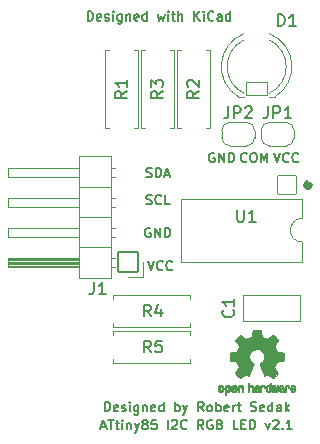
<source format=gto>
G04 #@! TF.GenerationSoftware,KiCad,Pcbnew,6.0.11-2627ca5db0~126~ubuntu20.04.1*
G04 #@! TF.CreationDate,2023-10-24T11:05:38+02:00*
G04 #@! TF.ProjectId,attiny85_I2C_RGB_LED_v21,61747469-6e79-4383-955f-4932435f5247,2.0*
G04 #@! TF.SameCoordinates,Original*
G04 #@! TF.FileFunction,Legend,Top*
G04 #@! TF.FilePolarity,Positive*
%FSLAX46Y46*%
G04 Gerber Fmt 4.6, Leading zero omitted, Abs format (unit mm)*
G04 Created by KiCad (PCBNEW 6.0.11-2627ca5db0~126~ubuntu20.04.1) date 2023-10-24 11:05:38*
%MOMM*%
%LPD*%
G01*
G04 APERTURE LIST*
G04 Aperture macros list*
%AMRoundRect*
0 Rectangle with rounded corners*
0 $1 Rounding radius*
0 $2 $3 $4 $5 $6 $7 $8 $9 X,Y pos of 4 corners*
0 Add a 4 corners polygon primitive as box body*
4,1,4,$2,$3,$4,$5,$6,$7,$8,$9,$2,$3,0*
0 Add four circle primitives for the rounded corners*
1,1,$1+$1,$2,$3*
1,1,$1+$1,$4,$5*
1,1,$1+$1,$6,$7*
1,1,$1+$1,$8,$9*
0 Add four rect primitives between the rounded corners*
20,1,$1+$1,$2,$3,$4,$5,0*
20,1,$1+$1,$4,$5,$6,$7,0*
20,1,$1+$1,$6,$7,$8,$9,0*
20,1,$1+$1,$8,$9,$2,$3,0*%
%AMFreePoly0*
4,1,37,0.536062,0.786062,0.551000,0.750000,0.551000,-0.750000,0.536062,-0.786062,0.500000,-0.801000,0.000000,-0.801000,-0.012525,-0.795812,-0.080875,-0.794559,-0.095149,-0.792248,-0.230464,-0.749973,-0.243516,-0.743747,-0.361526,-0.665192,-0.372306,-0.655554,-0.463526,-0.547035,-0.471167,-0.534759,-0.528262,-0.405000,-0.532150,-0.391073,-0.549733,-0.256613,-0.548336,-0.256430,-0.551000,-0.250000,
-0.551000,0.250000,-0.550512,0.251179,-0.550356,0.263956,-0.528545,0.404033,-0.524317,0.417860,-0.464069,0.546185,-0.456130,0.558271,-0.362286,0.664529,-0.351274,0.673901,-0.231379,0.749549,-0.218180,0.755454,-0.081873,0.794411,-0.067546,0.796373,-0.011990,0.796033,0.000000,0.801000,0.500000,0.801000,0.536062,0.786062,0.536062,0.786062,$1*%
%AMFreePoly1*
4,1,37,0.012349,0.795885,0.074216,0.795507,0.088518,0.793370,0.224339,0.752751,0.237465,0.746685,0.356427,0.669578,0.367324,0.660073,0.459862,0.552676,0.467652,0.540494,0.526329,0.411442,0.530388,0.397563,0.550485,0.257230,0.551000,0.250000,0.551000,-0.250000,0.550996,-0.250622,0.550847,-0.262838,0.550144,-0.270677,0.526624,-0.410478,0.522228,-0.424254,0.460416,-0.551833,
0.452330,-0.563821,0.357195,-0.668925,0.346069,-0.678161,0.225259,-0.752338,0.211989,-0.758081,0.075216,-0.795370,0.060866,-0.797157,0.011464,-0.796251,0.000000,-0.801000,-0.500000,-0.801000,-0.536062,-0.786062,-0.551000,-0.750000,-0.551000,0.750000,-0.536062,0.786062,-0.500000,0.801000,0.000000,0.801000,0.012349,0.795885,0.012349,0.795885,$1*%
G04 Aperture macros list end*
%ADD10C,0.600000*%
%ADD11C,0.150000*%
%ADD12C,0.120000*%
%ADD13C,0.010000*%
%ADD14C,1.702000*%
%ADD15O,1.702000X1.702000*%
%ADD16RoundRect,0.051000X-0.800000X0.800000X-0.800000X-0.800000X0.800000X-0.800000X0.800000X0.800000X0*%
%ADD17C,1.502000*%
%ADD18RoundRect,0.051000X0.900000X-0.535000X0.900000X0.535000X-0.900000X0.535000X-0.900000X-0.535000X0*%
%ADD19O,1.902000X1.172000*%
%ADD20RoundRect,0.051000X0.850000X0.850000X-0.850000X0.850000X-0.850000X-0.850000X0.850000X-0.850000X0*%
%ADD21O,1.802000X1.802000*%
%ADD22FreePoly0,180.000000*%
%ADD23FreePoly1,180.000000*%
G04 APERTURE END LIST*
D10*
X126125421Y-125984000D02*
G75*
G03*
X126125421Y-125984000I-141421J0D01*
G01*
D11*
X108795523Y-145141904D02*
X108795523Y-144341904D01*
X108986000Y-144341904D01*
X109100285Y-144380000D01*
X109176476Y-144456190D01*
X109214571Y-144532380D01*
X109252666Y-144684761D01*
X109252666Y-144799047D01*
X109214571Y-144951428D01*
X109176476Y-145027619D01*
X109100285Y-145103809D01*
X108986000Y-145141904D01*
X108795523Y-145141904D01*
X109900285Y-145103809D02*
X109824095Y-145141904D01*
X109671714Y-145141904D01*
X109595523Y-145103809D01*
X109557428Y-145027619D01*
X109557428Y-144722857D01*
X109595523Y-144646666D01*
X109671714Y-144608571D01*
X109824095Y-144608571D01*
X109900285Y-144646666D01*
X109938380Y-144722857D01*
X109938380Y-144799047D01*
X109557428Y-144875238D01*
X110243142Y-145103809D02*
X110319333Y-145141904D01*
X110471714Y-145141904D01*
X110547904Y-145103809D01*
X110586000Y-145027619D01*
X110586000Y-144989523D01*
X110547904Y-144913333D01*
X110471714Y-144875238D01*
X110357428Y-144875238D01*
X110281238Y-144837142D01*
X110243142Y-144760952D01*
X110243142Y-144722857D01*
X110281238Y-144646666D01*
X110357428Y-144608571D01*
X110471714Y-144608571D01*
X110547904Y-144646666D01*
X110928857Y-145141904D02*
X110928857Y-144608571D01*
X110928857Y-144341904D02*
X110890761Y-144380000D01*
X110928857Y-144418095D01*
X110966952Y-144380000D01*
X110928857Y-144341904D01*
X110928857Y-144418095D01*
X111652666Y-144608571D02*
X111652666Y-145256190D01*
X111614571Y-145332380D01*
X111576476Y-145370476D01*
X111500285Y-145408571D01*
X111386000Y-145408571D01*
X111309809Y-145370476D01*
X111652666Y-145103809D02*
X111576476Y-145141904D01*
X111424095Y-145141904D01*
X111347904Y-145103809D01*
X111309809Y-145065714D01*
X111271714Y-144989523D01*
X111271714Y-144760952D01*
X111309809Y-144684761D01*
X111347904Y-144646666D01*
X111424095Y-144608571D01*
X111576476Y-144608571D01*
X111652666Y-144646666D01*
X112033619Y-144608571D02*
X112033619Y-145141904D01*
X112033619Y-144684761D02*
X112071714Y-144646666D01*
X112147904Y-144608571D01*
X112262190Y-144608571D01*
X112338380Y-144646666D01*
X112376476Y-144722857D01*
X112376476Y-145141904D01*
X113062190Y-145103809D02*
X112986000Y-145141904D01*
X112833619Y-145141904D01*
X112757428Y-145103809D01*
X112719333Y-145027619D01*
X112719333Y-144722857D01*
X112757428Y-144646666D01*
X112833619Y-144608571D01*
X112986000Y-144608571D01*
X113062190Y-144646666D01*
X113100285Y-144722857D01*
X113100285Y-144799047D01*
X112719333Y-144875238D01*
X113786000Y-145141904D02*
X113786000Y-144341904D01*
X113786000Y-145103809D02*
X113709809Y-145141904D01*
X113557428Y-145141904D01*
X113481238Y-145103809D01*
X113443142Y-145065714D01*
X113405047Y-144989523D01*
X113405047Y-144760952D01*
X113443142Y-144684761D01*
X113481238Y-144646666D01*
X113557428Y-144608571D01*
X113709809Y-144608571D01*
X113786000Y-144646666D01*
X114776476Y-145141904D02*
X114776476Y-144341904D01*
X114776476Y-144646666D02*
X114852666Y-144608571D01*
X115005047Y-144608571D01*
X115081238Y-144646666D01*
X115119333Y-144684761D01*
X115157428Y-144760952D01*
X115157428Y-144989523D01*
X115119333Y-145065714D01*
X115081238Y-145103809D01*
X115005047Y-145141904D01*
X114852666Y-145141904D01*
X114776476Y-145103809D01*
X115424095Y-144608571D02*
X115614571Y-145141904D01*
X115805047Y-144608571D02*
X115614571Y-145141904D01*
X115538380Y-145332380D01*
X115500285Y-145370476D01*
X115424095Y-145408571D01*
X117176476Y-145141904D02*
X116909809Y-144760952D01*
X116719333Y-145141904D02*
X116719333Y-144341904D01*
X117024095Y-144341904D01*
X117100285Y-144380000D01*
X117138380Y-144418095D01*
X117176476Y-144494285D01*
X117176476Y-144608571D01*
X117138380Y-144684761D01*
X117100285Y-144722857D01*
X117024095Y-144760952D01*
X116719333Y-144760952D01*
X117633619Y-145141904D02*
X117557428Y-145103809D01*
X117519333Y-145065714D01*
X117481238Y-144989523D01*
X117481238Y-144760952D01*
X117519333Y-144684761D01*
X117557428Y-144646666D01*
X117633619Y-144608571D01*
X117747904Y-144608571D01*
X117824095Y-144646666D01*
X117862190Y-144684761D01*
X117900285Y-144760952D01*
X117900285Y-144989523D01*
X117862190Y-145065714D01*
X117824095Y-145103809D01*
X117747904Y-145141904D01*
X117633619Y-145141904D01*
X118243142Y-145141904D02*
X118243142Y-144341904D01*
X118243142Y-144646666D02*
X118319333Y-144608571D01*
X118471714Y-144608571D01*
X118547904Y-144646666D01*
X118586000Y-144684761D01*
X118624095Y-144760952D01*
X118624095Y-144989523D01*
X118586000Y-145065714D01*
X118547904Y-145103809D01*
X118471714Y-145141904D01*
X118319333Y-145141904D01*
X118243142Y-145103809D01*
X119271714Y-145103809D02*
X119195523Y-145141904D01*
X119043142Y-145141904D01*
X118966952Y-145103809D01*
X118928857Y-145027619D01*
X118928857Y-144722857D01*
X118966952Y-144646666D01*
X119043142Y-144608571D01*
X119195523Y-144608571D01*
X119271714Y-144646666D01*
X119309809Y-144722857D01*
X119309809Y-144799047D01*
X118928857Y-144875238D01*
X119652666Y-145141904D02*
X119652666Y-144608571D01*
X119652666Y-144760952D02*
X119690761Y-144684761D01*
X119728857Y-144646666D01*
X119805047Y-144608571D01*
X119881238Y-144608571D01*
X120033619Y-144608571D02*
X120338380Y-144608571D01*
X120147904Y-144341904D02*
X120147904Y-145027619D01*
X120186000Y-145103809D01*
X120262190Y-145141904D01*
X120338380Y-145141904D01*
X121176476Y-145103809D02*
X121290761Y-145141904D01*
X121481238Y-145141904D01*
X121557428Y-145103809D01*
X121595523Y-145065714D01*
X121633619Y-144989523D01*
X121633619Y-144913333D01*
X121595523Y-144837142D01*
X121557428Y-144799047D01*
X121481238Y-144760952D01*
X121328857Y-144722857D01*
X121252666Y-144684761D01*
X121214571Y-144646666D01*
X121176476Y-144570476D01*
X121176476Y-144494285D01*
X121214571Y-144418095D01*
X121252666Y-144380000D01*
X121328857Y-144341904D01*
X121519333Y-144341904D01*
X121633619Y-144380000D01*
X122281238Y-145103809D02*
X122205047Y-145141904D01*
X122052666Y-145141904D01*
X121976476Y-145103809D01*
X121938380Y-145027619D01*
X121938380Y-144722857D01*
X121976476Y-144646666D01*
X122052666Y-144608571D01*
X122205047Y-144608571D01*
X122281238Y-144646666D01*
X122319333Y-144722857D01*
X122319333Y-144799047D01*
X121938380Y-144875238D01*
X123005047Y-145141904D02*
X123005047Y-144341904D01*
X123005047Y-145103809D02*
X122928857Y-145141904D01*
X122776476Y-145141904D01*
X122700285Y-145103809D01*
X122662190Y-145065714D01*
X122624095Y-144989523D01*
X122624095Y-144760952D01*
X122662190Y-144684761D01*
X122700285Y-144646666D01*
X122776476Y-144608571D01*
X122928857Y-144608571D01*
X123005047Y-144646666D01*
X123728857Y-145141904D02*
X123728857Y-144722857D01*
X123690761Y-144646666D01*
X123614571Y-144608571D01*
X123462190Y-144608571D01*
X123385999Y-144646666D01*
X123728857Y-145103809D02*
X123652666Y-145141904D01*
X123462190Y-145141904D01*
X123385999Y-145103809D01*
X123347904Y-145027619D01*
X123347904Y-144951428D01*
X123385999Y-144875238D01*
X123462190Y-144837142D01*
X123652666Y-144837142D01*
X123728857Y-144799047D01*
X124109809Y-145141904D02*
X124109809Y-144341904D01*
X124185999Y-144837142D02*
X124414571Y-145141904D01*
X124414571Y-144608571D02*
X124109809Y-144913333D01*
X112471333Y-132403904D02*
X112738000Y-133203904D01*
X113004666Y-132403904D01*
X113728476Y-133127714D02*
X113690380Y-133165809D01*
X113576095Y-133203904D01*
X113499904Y-133203904D01*
X113385619Y-133165809D01*
X113309428Y-133089619D01*
X113271333Y-133013428D01*
X113233238Y-132861047D01*
X113233238Y-132746761D01*
X113271333Y-132594380D01*
X113309428Y-132518190D01*
X113385619Y-132442000D01*
X113499904Y-132403904D01*
X113576095Y-132403904D01*
X113690380Y-132442000D01*
X113728476Y-132480095D01*
X114528476Y-133127714D02*
X114490380Y-133165809D01*
X114376095Y-133203904D01*
X114299904Y-133203904D01*
X114185619Y-133165809D01*
X114109428Y-133089619D01*
X114071333Y-133013428D01*
X114033238Y-132861047D01*
X114033238Y-132746761D01*
X114071333Y-132594380D01*
X114109428Y-132518190D01*
X114185619Y-132442000D01*
X114299904Y-132403904D01*
X114376095Y-132403904D01*
X114490380Y-132442000D01*
X114528476Y-132480095D01*
X118084676Y-123298000D02*
X118008485Y-123259904D01*
X117894200Y-123259904D01*
X117779914Y-123298000D01*
X117703723Y-123374190D01*
X117665628Y-123450380D01*
X117627533Y-123602761D01*
X117627533Y-123717047D01*
X117665628Y-123869428D01*
X117703723Y-123945619D01*
X117779914Y-124021809D01*
X117894200Y-124059904D01*
X117970390Y-124059904D01*
X118084676Y-124021809D01*
X118122771Y-123983714D01*
X118122771Y-123717047D01*
X117970390Y-123717047D01*
X118465628Y-124059904D02*
X118465628Y-123259904D01*
X118922771Y-124059904D01*
X118922771Y-123259904D01*
X119303723Y-124059904D02*
X119303723Y-123259904D01*
X119494200Y-123259904D01*
X119608485Y-123298000D01*
X119684676Y-123374190D01*
X119722771Y-123450380D01*
X119760866Y-123602761D01*
X119760866Y-123717047D01*
X119722771Y-123869428D01*
X119684676Y-123945619D01*
X119608485Y-124021809D01*
X119494200Y-124059904D01*
X119303723Y-124059904D01*
X123139333Y-123259904D02*
X123406000Y-124059904D01*
X123672666Y-123259904D01*
X124396476Y-123983714D02*
X124358380Y-124021809D01*
X124244095Y-124059904D01*
X124167904Y-124059904D01*
X124053619Y-124021809D01*
X123977428Y-123945619D01*
X123939333Y-123869428D01*
X123901238Y-123717047D01*
X123901238Y-123602761D01*
X123939333Y-123450380D01*
X123977428Y-123374190D01*
X124053619Y-123298000D01*
X124167904Y-123259904D01*
X124244095Y-123259904D01*
X124358380Y-123298000D01*
X124396476Y-123336095D01*
X125196476Y-123983714D02*
X125158380Y-124021809D01*
X125044095Y-124059904D01*
X124967904Y-124059904D01*
X124853619Y-124021809D01*
X124777428Y-123945619D01*
X124739333Y-123869428D01*
X124701238Y-123717047D01*
X124701238Y-123602761D01*
X124739333Y-123450380D01*
X124777428Y-123374190D01*
X124853619Y-123298000D01*
X124967904Y-123259904D01*
X125044095Y-123259904D01*
X125158380Y-123298000D01*
X125196476Y-123336095D01*
X120834228Y-123983714D02*
X120796133Y-124021809D01*
X120681847Y-124059904D01*
X120605657Y-124059904D01*
X120491371Y-124021809D01*
X120415180Y-123945619D01*
X120377085Y-123869428D01*
X120338990Y-123717047D01*
X120338990Y-123602761D01*
X120377085Y-123450380D01*
X120415180Y-123374190D01*
X120491371Y-123298000D01*
X120605657Y-123259904D01*
X120681847Y-123259904D01*
X120796133Y-123298000D01*
X120834228Y-123336095D01*
X121329466Y-123259904D02*
X121481847Y-123259904D01*
X121558038Y-123298000D01*
X121634228Y-123374190D01*
X121672323Y-123526571D01*
X121672323Y-123793238D01*
X121634228Y-123945619D01*
X121558038Y-124021809D01*
X121481847Y-124059904D01*
X121329466Y-124059904D01*
X121253276Y-124021809D01*
X121177085Y-123945619D01*
X121138990Y-123793238D01*
X121138990Y-123526571D01*
X121177085Y-123374190D01*
X121253276Y-123298000D01*
X121329466Y-123259904D01*
X122015180Y-124059904D02*
X122015180Y-123259904D01*
X122281847Y-123831333D01*
X122548514Y-123259904D01*
X122548514Y-124059904D01*
X107380952Y-112061904D02*
X107380952Y-111261904D01*
X107571428Y-111261904D01*
X107685714Y-111300000D01*
X107761904Y-111376190D01*
X107800000Y-111452380D01*
X107838095Y-111604761D01*
X107838095Y-111719047D01*
X107800000Y-111871428D01*
X107761904Y-111947619D01*
X107685714Y-112023809D01*
X107571428Y-112061904D01*
X107380952Y-112061904D01*
X108485714Y-112023809D02*
X108409523Y-112061904D01*
X108257142Y-112061904D01*
X108180952Y-112023809D01*
X108142857Y-111947619D01*
X108142857Y-111642857D01*
X108180952Y-111566666D01*
X108257142Y-111528571D01*
X108409523Y-111528571D01*
X108485714Y-111566666D01*
X108523809Y-111642857D01*
X108523809Y-111719047D01*
X108142857Y-111795238D01*
X108828571Y-112023809D02*
X108904761Y-112061904D01*
X109057142Y-112061904D01*
X109133333Y-112023809D01*
X109171428Y-111947619D01*
X109171428Y-111909523D01*
X109133333Y-111833333D01*
X109057142Y-111795238D01*
X108942857Y-111795238D01*
X108866666Y-111757142D01*
X108828571Y-111680952D01*
X108828571Y-111642857D01*
X108866666Y-111566666D01*
X108942857Y-111528571D01*
X109057142Y-111528571D01*
X109133333Y-111566666D01*
X109514285Y-112061904D02*
X109514285Y-111528571D01*
X109514285Y-111261904D02*
X109476190Y-111300000D01*
X109514285Y-111338095D01*
X109552380Y-111300000D01*
X109514285Y-111261904D01*
X109514285Y-111338095D01*
X110238095Y-111528571D02*
X110238095Y-112176190D01*
X110200000Y-112252380D01*
X110161904Y-112290476D01*
X110085714Y-112328571D01*
X109971428Y-112328571D01*
X109895238Y-112290476D01*
X110238095Y-112023809D02*
X110161904Y-112061904D01*
X110009523Y-112061904D01*
X109933333Y-112023809D01*
X109895238Y-111985714D01*
X109857142Y-111909523D01*
X109857142Y-111680952D01*
X109895238Y-111604761D01*
X109933333Y-111566666D01*
X110009523Y-111528571D01*
X110161904Y-111528571D01*
X110238095Y-111566666D01*
X110619047Y-111528571D02*
X110619047Y-112061904D01*
X110619047Y-111604761D02*
X110657142Y-111566666D01*
X110733333Y-111528571D01*
X110847619Y-111528571D01*
X110923809Y-111566666D01*
X110961904Y-111642857D01*
X110961904Y-112061904D01*
X111647619Y-112023809D02*
X111571428Y-112061904D01*
X111419047Y-112061904D01*
X111342857Y-112023809D01*
X111304761Y-111947619D01*
X111304761Y-111642857D01*
X111342857Y-111566666D01*
X111419047Y-111528571D01*
X111571428Y-111528571D01*
X111647619Y-111566666D01*
X111685714Y-111642857D01*
X111685714Y-111719047D01*
X111304761Y-111795238D01*
X112371428Y-112061904D02*
X112371428Y-111261904D01*
X112371428Y-112023809D02*
X112295238Y-112061904D01*
X112142857Y-112061904D01*
X112066666Y-112023809D01*
X112028571Y-111985714D01*
X111990476Y-111909523D01*
X111990476Y-111680952D01*
X112028571Y-111604761D01*
X112066666Y-111566666D01*
X112142857Y-111528571D01*
X112295238Y-111528571D01*
X112371428Y-111566666D01*
X113285714Y-111528571D02*
X113438095Y-112061904D01*
X113590476Y-111680952D01*
X113742857Y-112061904D01*
X113895238Y-111528571D01*
X114200000Y-112061904D02*
X114200000Y-111528571D01*
X114200000Y-111261904D02*
X114161904Y-111300000D01*
X114200000Y-111338095D01*
X114238095Y-111300000D01*
X114200000Y-111261904D01*
X114200000Y-111338095D01*
X114466666Y-111528571D02*
X114771428Y-111528571D01*
X114580952Y-111261904D02*
X114580952Y-111947619D01*
X114619047Y-112023809D01*
X114695238Y-112061904D01*
X114771428Y-112061904D01*
X115038095Y-112061904D02*
X115038095Y-111261904D01*
X115380952Y-112061904D02*
X115380952Y-111642857D01*
X115342857Y-111566666D01*
X115266666Y-111528571D01*
X115152380Y-111528571D01*
X115076190Y-111566666D01*
X115038095Y-111604761D01*
X116371428Y-112061904D02*
X116371428Y-111261904D01*
X116828571Y-112061904D02*
X116485714Y-111604761D01*
X116828571Y-111261904D02*
X116371428Y-111719047D01*
X117171428Y-112061904D02*
X117171428Y-111528571D01*
X117171428Y-111261904D02*
X117133333Y-111300000D01*
X117171428Y-111338095D01*
X117209523Y-111300000D01*
X117171428Y-111261904D01*
X117171428Y-111338095D01*
X118009523Y-111985714D02*
X117971428Y-112023809D01*
X117857142Y-112061904D01*
X117780952Y-112061904D01*
X117666666Y-112023809D01*
X117590476Y-111947619D01*
X117552380Y-111871428D01*
X117514285Y-111719047D01*
X117514285Y-111604761D01*
X117552380Y-111452380D01*
X117590476Y-111376190D01*
X117666666Y-111300000D01*
X117780952Y-111261904D01*
X117857142Y-111261904D01*
X117971428Y-111300000D01*
X118009523Y-111338095D01*
X118695238Y-112061904D02*
X118695238Y-111642857D01*
X118657142Y-111566666D01*
X118580952Y-111528571D01*
X118428571Y-111528571D01*
X118352380Y-111566666D01*
X118695238Y-112023809D02*
X118619047Y-112061904D01*
X118428571Y-112061904D01*
X118352380Y-112023809D01*
X118314285Y-111947619D01*
X118314285Y-111871428D01*
X118352380Y-111795238D01*
X118428571Y-111757142D01*
X118619047Y-111757142D01*
X118695238Y-111719047D01*
X119419047Y-112061904D02*
X119419047Y-111261904D01*
X119419047Y-112023809D02*
X119342857Y-112061904D01*
X119190476Y-112061904D01*
X119114285Y-112023809D01*
X119076190Y-111985714D01*
X119038095Y-111909523D01*
X119038095Y-111680952D01*
X119076190Y-111604761D01*
X119114285Y-111566666D01*
X119190476Y-111528571D01*
X119342857Y-111528571D01*
X119419047Y-111566666D01*
X112331619Y-127577809D02*
X112445904Y-127615904D01*
X112636380Y-127615904D01*
X112712571Y-127577809D01*
X112750666Y-127539714D01*
X112788761Y-127463523D01*
X112788761Y-127387333D01*
X112750666Y-127311142D01*
X112712571Y-127273047D01*
X112636380Y-127234952D01*
X112484000Y-127196857D01*
X112407809Y-127158761D01*
X112369714Y-127120666D01*
X112331619Y-127044476D01*
X112331619Y-126968285D01*
X112369714Y-126892095D01*
X112407809Y-126854000D01*
X112484000Y-126815904D01*
X112674476Y-126815904D01*
X112788761Y-126854000D01*
X113588761Y-127539714D02*
X113550666Y-127577809D01*
X113436380Y-127615904D01*
X113360190Y-127615904D01*
X113245904Y-127577809D01*
X113169714Y-127501619D01*
X113131619Y-127425428D01*
X113093523Y-127273047D01*
X113093523Y-127158761D01*
X113131619Y-127006380D01*
X113169714Y-126930190D01*
X113245904Y-126854000D01*
X113360190Y-126815904D01*
X113436380Y-126815904D01*
X113550666Y-126854000D01*
X113588761Y-126892095D01*
X114312571Y-127615904D02*
X113931619Y-127615904D01*
X113931619Y-126815904D01*
X112674476Y-129648000D02*
X112598285Y-129609904D01*
X112484000Y-129609904D01*
X112369714Y-129648000D01*
X112293523Y-129724190D01*
X112255428Y-129800380D01*
X112217333Y-129952761D01*
X112217333Y-130067047D01*
X112255428Y-130219428D01*
X112293523Y-130295619D01*
X112369714Y-130371809D01*
X112484000Y-130409904D01*
X112560190Y-130409904D01*
X112674476Y-130371809D01*
X112712571Y-130333714D01*
X112712571Y-130067047D01*
X112560190Y-130067047D01*
X113055428Y-130409904D02*
X113055428Y-129609904D01*
X113512571Y-130409904D01*
X113512571Y-129609904D01*
X113893523Y-130409904D02*
X113893523Y-129609904D01*
X114084000Y-129609904D01*
X114198285Y-129648000D01*
X114274476Y-129724190D01*
X114312571Y-129800380D01*
X114350666Y-129952761D01*
X114350666Y-130067047D01*
X114312571Y-130219428D01*
X114274476Y-130295619D01*
X114198285Y-130371809D01*
X114084000Y-130409904D01*
X113893523Y-130409904D01*
X108509809Y-146437333D02*
X108890761Y-146437333D01*
X108433619Y-146665904D02*
X108700285Y-145865904D01*
X108966952Y-146665904D01*
X109119333Y-145865904D02*
X109576476Y-145865904D01*
X109347904Y-146665904D02*
X109347904Y-145865904D01*
X109728857Y-146132571D02*
X110033619Y-146132571D01*
X109843142Y-145865904D02*
X109843142Y-146551619D01*
X109881238Y-146627809D01*
X109957428Y-146665904D01*
X110033619Y-146665904D01*
X110300285Y-146665904D02*
X110300285Y-146132571D01*
X110300285Y-145865904D02*
X110262190Y-145904000D01*
X110300285Y-145942095D01*
X110338380Y-145904000D01*
X110300285Y-145865904D01*
X110300285Y-145942095D01*
X110681238Y-146132571D02*
X110681238Y-146665904D01*
X110681238Y-146208761D02*
X110719333Y-146170666D01*
X110795523Y-146132571D01*
X110909809Y-146132571D01*
X110986000Y-146170666D01*
X111024095Y-146246857D01*
X111024095Y-146665904D01*
X111328857Y-146132571D02*
X111519333Y-146665904D01*
X111709809Y-146132571D02*
X111519333Y-146665904D01*
X111443142Y-146856380D01*
X111405047Y-146894476D01*
X111328857Y-146932571D01*
X112128857Y-146208761D02*
X112052666Y-146170666D01*
X112014571Y-146132571D01*
X111976476Y-146056380D01*
X111976476Y-146018285D01*
X112014571Y-145942095D01*
X112052666Y-145904000D01*
X112128857Y-145865904D01*
X112281238Y-145865904D01*
X112357428Y-145904000D01*
X112395523Y-145942095D01*
X112433619Y-146018285D01*
X112433619Y-146056380D01*
X112395523Y-146132571D01*
X112357428Y-146170666D01*
X112281238Y-146208761D01*
X112128857Y-146208761D01*
X112052666Y-146246857D01*
X112014571Y-146284952D01*
X111976476Y-146361142D01*
X111976476Y-146513523D01*
X112014571Y-146589714D01*
X112052666Y-146627809D01*
X112128857Y-146665904D01*
X112281238Y-146665904D01*
X112357428Y-146627809D01*
X112395523Y-146589714D01*
X112433619Y-146513523D01*
X112433619Y-146361142D01*
X112395523Y-146284952D01*
X112357428Y-146246857D01*
X112281238Y-146208761D01*
X113157428Y-145865904D02*
X112776476Y-145865904D01*
X112738380Y-146246857D01*
X112776476Y-146208761D01*
X112852666Y-146170666D01*
X113043142Y-146170666D01*
X113119333Y-146208761D01*
X113157428Y-146246857D01*
X113195523Y-146323047D01*
X113195523Y-146513523D01*
X113157428Y-146589714D01*
X113119333Y-146627809D01*
X113043142Y-146665904D01*
X112852666Y-146665904D01*
X112776476Y-146627809D01*
X112738380Y-146589714D01*
X114147904Y-146665904D02*
X114147904Y-145865904D01*
X114490761Y-145942095D02*
X114528857Y-145904000D01*
X114605047Y-145865904D01*
X114795523Y-145865904D01*
X114871714Y-145904000D01*
X114909809Y-145942095D01*
X114947904Y-146018285D01*
X114947904Y-146094476D01*
X114909809Y-146208761D01*
X114452666Y-146665904D01*
X114947904Y-146665904D01*
X115747904Y-146589714D02*
X115709809Y-146627809D01*
X115595523Y-146665904D01*
X115519333Y-146665904D01*
X115405047Y-146627809D01*
X115328857Y-146551619D01*
X115290761Y-146475428D01*
X115252666Y-146323047D01*
X115252666Y-146208761D01*
X115290761Y-146056380D01*
X115328857Y-145980190D01*
X115405047Y-145904000D01*
X115519333Y-145865904D01*
X115595523Y-145865904D01*
X115709809Y-145904000D01*
X115747904Y-145942095D01*
X117157428Y-146665904D02*
X116890761Y-146284952D01*
X116700285Y-146665904D02*
X116700285Y-145865904D01*
X117005047Y-145865904D01*
X117081238Y-145904000D01*
X117119333Y-145942095D01*
X117157428Y-146018285D01*
X117157428Y-146132571D01*
X117119333Y-146208761D01*
X117081238Y-146246857D01*
X117005047Y-146284952D01*
X116700285Y-146284952D01*
X117919333Y-145904000D02*
X117843142Y-145865904D01*
X117728857Y-145865904D01*
X117614571Y-145904000D01*
X117538380Y-145980190D01*
X117500285Y-146056380D01*
X117462190Y-146208761D01*
X117462190Y-146323047D01*
X117500285Y-146475428D01*
X117538380Y-146551619D01*
X117614571Y-146627809D01*
X117728857Y-146665904D01*
X117805047Y-146665904D01*
X117919333Y-146627809D01*
X117957428Y-146589714D01*
X117957428Y-146323047D01*
X117805047Y-146323047D01*
X118566952Y-146246857D02*
X118681238Y-146284952D01*
X118719333Y-146323047D01*
X118757428Y-146399238D01*
X118757428Y-146513523D01*
X118719333Y-146589714D01*
X118681238Y-146627809D01*
X118605047Y-146665904D01*
X118300285Y-146665904D01*
X118300285Y-145865904D01*
X118566952Y-145865904D01*
X118643142Y-145904000D01*
X118681238Y-145942095D01*
X118719333Y-146018285D01*
X118719333Y-146094476D01*
X118681238Y-146170666D01*
X118643142Y-146208761D01*
X118566952Y-146246857D01*
X118300285Y-146246857D01*
X120090761Y-146665904D02*
X119709809Y-146665904D01*
X119709809Y-145865904D01*
X120357428Y-146246857D02*
X120624095Y-146246857D01*
X120738380Y-146665904D02*
X120357428Y-146665904D01*
X120357428Y-145865904D01*
X120738380Y-145865904D01*
X121081238Y-146665904D02*
X121081238Y-145865904D01*
X121271714Y-145865904D01*
X121386000Y-145904000D01*
X121462190Y-145980190D01*
X121500285Y-146056380D01*
X121538380Y-146208761D01*
X121538380Y-146323047D01*
X121500285Y-146475428D01*
X121462190Y-146551619D01*
X121386000Y-146627809D01*
X121271714Y-146665904D01*
X121081238Y-146665904D01*
X122414571Y-146132571D02*
X122605047Y-146665904D01*
X122795523Y-146132571D01*
X123062190Y-145942095D02*
X123100285Y-145904000D01*
X123176476Y-145865904D01*
X123366952Y-145865904D01*
X123443142Y-145904000D01*
X123481238Y-145942095D01*
X123519333Y-146018285D01*
X123519333Y-146094476D01*
X123481238Y-146208761D01*
X123024095Y-146665904D01*
X123519333Y-146665904D01*
X123862190Y-146589714D02*
X123900285Y-146627809D01*
X123862190Y-146665904D01*
X123824095Y-146627809D01*
X123862190Y-146589714D01*
X123862190Y-146665904D01*
X124662190Y-146665904D02*
X124205047Y-146665904D01*
X124433619Y-146665904D02*
X124433619Y-145865904D01*
X124357428Y-145980190D01*
X124281238Y-146056380D01*
X124205047Y-146094476D01*
X112312571Y-125291809D02*
X112426857Y-125329904D01*
X112617333Y-125329904D01*
X112693523Y-125291809D01*
X112731619Y-125253714D01*
X112769714Y-125177523D01*
X112769714Y-125101333D01*
X112731619Y-125025142D01*
X112693523Y-124987047D01*
X112617333Y-124948952D01*
X112464952Y-124910857D01*
X112388761Y-124872761D01*
X112350666Y-124834666D01*
X112312571Y-124758476D01*
X112312571Y-124682285D01*
X112350666Y-124606095D01*
X112388761Y-124568000D01*
X112464952Y-124529904D01*
X112655428Y-124529904D01*
X112769714Y-124568000D01*
X113112571Y-125329904D02*
X113112571Y-124529904D01*
X113303047Y-124529904D01*
X113417333Y-124568000D01*
X113493523Y-124644190D01*
X113531619Y-124720380D01*
X113569714Y-124872761D01*
X113569714Y-124987047D01*
X113531619Y-125139428D01*
X113493523Y-125215619D01*
X113417333Y-125291809D01*
X113303047Y-125329904D01*
X113112571Y-125329904D01*
X113874476Y-125101333D02*
X114255428Y-125101333D01*
X113798285Y-125329904D02*
X114064952Y-124529904D01*
X114331619Y-125329904D01*
X113736380Y-118022666D02*
X113260190Y-118356000D01*
X113736380Y-118594095D02*
X112736380Y-118594095D01*
X112736380Y-118213142D01*
X112784000Y-118117904D01*
X112831619Y-118070285D01*
X112926857Y-118022666D01*
X113069714Y-118022666D01*
X113164952Y-118070285D01*
X113212571Y-118117904D01*
X113260190Y-118213142D01*
X113260190Y-118594095D01*
X112736380Y-117689333D02*
X112736380Y-117070285D01*
X113117333Y-117403619D01*
X113117333Y-117260761D01*
X113164952Y-117165523D01*
X113212571Y-117117904D01*
X113307809Y-117070285D01*
X113545904Y-117070285D01*
X113641142Y-117117904D01*
X113688761Y-117165523D01*
X113736380Y-117260761D01*
X113736380Y-117546476D01*
X113688761Y-117641714D01*
X113641142Y-117689333D01*
X116784380Y-118022666D02*
X116308190Y-118356000D01*
X116784380Y-118594095D02*
X115784380Y-118594095D01*
X115784380Y-118213142D01*
X115832000Y-118117904D01*
X115879619Y-118070285D01*
X115974857Y-118022666D01*
X116117714Y-118022666D01*
X116212952Y-118070285D01*
X116260571Y-118117904D01*
X116308190Y-118213142D01*
X116308190Y-118594095D01*
X115879619Y-117641714D02*
X115832000Y-117594095D01*
X115784380Y-117498857D01*
X115784380Y-117260761D01*
X115832000Y-117165523D01*
X115879619Y-117117904D01*
X115974857Y-117070285D01*
X116070095Y-117070285D01*
X116212952Y-117117904D01*
X116784380Y-117689333D01*
X116784380Y-117070285D01*
X110688380Y-118022666D02*
X110212190Y-118356000D01*
X110688380Y-118594095D02*
X109688380Y-118594095D01*
X109688380Y-118213142D01*
X109736000Y-118117904D01*
X109783619Y-118070285D01*
X109878857Y-118022666D01*
X110021714Y-118022666D01*
X110116952Y-118070285D01*
X110164571Y-118117904D01*
X110212190Y-118213142D01*
X110212190Y-118594095D01*
X110688380Y-117070285D02*
X110688380Y-117641714D01*
X110688380Y-117356000D02*
X109688380Y-117356000D01*
X109831238Y-117451238D01*
X109926476Y-117546476D01*
X109974095Y-117641714D01*
X120004095Y-128086380D02*
X120004095Y-128895904D01*
X120051714Y-128991142D01*
X120099333Y-129038761D01*
X120194571Y-129086380D01*
X120385047Y-129086380D01*
X120480285Y-129038761D01*
X120527904Y-128991142D01*
X120575523Y-128895904D01*
X120575523Y-128086380D01*
X121575523Y-129086380D02*
X121004095Y-129086380D01*
X121289809Y-129086380D02*
X121289809Y-128086380D01*
X121194571Y-128229238D01*
X121099333Y-128324476D01*
X121004095Y-128372095D01*
X119663142Y-136564666D02*
X119710761Y-136612285D01*
X119758380Y-136755142D01*
X119758380Y-136850380D01*
X119710761Y-136993238D01*
X119615523Y-137088476D01*
X119520285Y-137136095D01*
X119329809Y-137183714D01*
X119186952Y-137183714D01*
X118996476Y-137136095D01*
X118901238Y-137088476D01*
X118806000Y-136993238D01*
X118758380Y-136850380D01*
X118758380Y-136755142D01*
X118806000Y-136612285D01*
X118853619Y-136564666D01*
X119758380Y-135612285D02*
X119758380Y-136183714D01*
X119758380Y-135898000D02*
X118758380Y-135898000D01*
X118901238Y-135993238D01*
X118996476Y-136088476D01*
X119044095Y-136183714D01*
X123467904Y-112508380D02*
X123467904Y-111508380D01*
X123706000Y-111508380D01*
X123848857Y-111556000D01*
X123944095Y-111651238D01*
X123991714Y-111746476D01*
X124039333Y-111936952D01*
X124039333Y-112079809D01*
X123991714Y-112270285D01*
X123944095Y-112365523D01*
X123848857Y-112460761D01*
X123706000Y-112508380D01*
X123467904Y-112508380D01*
X124991714Y-112508380D02*
X124420285Y-112508380D01*
X124706000Y-112508380D02*
X124706000Y-111508380D01*
X124610761Y-111651238D01*
X124515523Y-111746476D01*
X124420285Y-111794095D01*
X107870666Y-134222380D02*
X107870666Y-134936666D01*
X107823047Y-135079523D01*
X107727809Y-135174761D01*
X107584952Y-135222380D01*
X107489714Y-135222380D01*
X108870666Y-135222380D02*
X108299238Y-135222380D01*
X108584952Y-135222380D02*
X108584952Y-134222380D01*
X108489714Y-134365238D01*
X108394476Y-134460476D01*
X108299238Y-134508095D01*
X112710933Y-137104380D02*
X112377600Y-136628190D01*
X112139504Y-137104380D02*
X112139504Y-136104380D01*
X112520457Y-136104380D01*
X112615695Y-136152000D01*
X112663314Y-136199619D01*
X112710933Y-136294857D01*
X112710933Y-136437714D01*
X112663314Y-136532952D01*
X112615695Y-136580571D01*
X112520457Y-136628190D01*
X112139504Y-136628190D01*
X113568076Y-136437714D02*
X113568076Y-137104380D01*
X113329980Y-136056761D02*
X113091885Y-136771047D01*
X113710933Y-136771047D01*
X112710933Y-140152380D02*
X112377600Y-139676190D01*
X112139504Y-140152380D02*
X112139504Y-139152380D01*
X112520457Y-139152380D01*
X112615695Y-139200000D01*
X112663314Y-139247619D01*
X112710933Y-139342857D01*
X112710933Y-139485714D01*
X112663314Y-139580952D01*
X112615695Y-139628571D01*
X112520457Y-139676190D01*
X112139504Y-139676190D01*
X113615695Y-139152380D02*
X113139504Y-139152380D01*
X113091885Y-139628571D01*
X113139504Y-139580952D01*
X113234742Y-139533333D01*
X113472838Y-139533333D01*
X113568076Y-139580952D01*
X113615695Y-139628571D01*
X113663314Y-139723809D01*
X113663314Y-139961904D01*
X113615695Y-140057142D01*
X113568076Y-140104761D01*
X113472838Y-140152380D01*
X113234742Y-140152380D01*
X113139504Y-140104761D01*
X113091885Y-140057142D01*
X122610666Y-119318380D02*
X122610666Y-120032666D01*
X122563047Y-120175523D01*
X122467809Y-120270761D01*
X122324952Y-120318380D01*
X122229714Y-120318380D01*
X123086857Y-120318380D02*
X123086857Y-119318380D01*
X123467809Y-119318380D01*
X123563047Y-119366000D01*
X123610666Y-119413619D01*
X123658285Y-119508857D01*
X123658285Y-119651714D01*
X123610666Y-119746952D01*
X123563047Y-119794571D01*
X123467809Y-119842190D01*
X123086857Y-119842190D01*
X124610666Y-120318380D02*
X124039238Y-120318380D01*
X124324952Y-120318380D02*
X124324952Y-119318380D01*
X124229714Y-119461238D01*
X124134476Y-119556476D01*
X124039238Y-119604095D01*
X119272866Y-119318380D02*
X119272866Y-120032666D01*
X119225247Y-120175523D01*
X119130009Y-120270761D01*
X118987152Y-120318380D01*
X118891914Y-120318380D01*
X119749057Y-120318380D02*
X119749057Y-119318380D01*
X120130009Y-119318380D01*
X120225247Y-119366000D01*
X120272866Y-119413619D01*
X120320485Y-119508857D01*
X120320485Y-119651714D01*
X120272866Y-119746952D01*
X120225247Y-119794571D01*
X120130009Y-119842190D01*
X119749057Y-119842190D01*
X120701438Y-119413619D02*
X120749057Y-119366000D01*
X120844295Y-119318380D01*
X121082390Y-119318380D01*
X121177628Y-119366000D01*
X121225247Y-119413619D01*
X121272866Y-119508857D01*
X121272866Y-119604095D01*
X121225247Y-119746952D01*
X120653819Y-120318380D01*
X121272866Y-120318380D01*
D12*
X112244000Y-114586000D02*
X111914000Y-114586000D01*
X111914000Y-121126000D02*
X112244000Y-121126000D01*
X111914000Y-114586000D02*
X111914000Y-121126000D01*
X114654000Y-121126000D02*
X114324000Y-121126000D01*
X114654000Y-114586000D02*
X114654000Y-121126000D01*
X114324000Y-114586000D02*
X114654000Y-114586000D01*
X115292000Y-114586000D02*
X114962000Y-114586000D01*
X114962000Y-114586000D02*
X114962000Y-121126000D01*
X114962000Y-121126000D02*
X115292000Y-121126000D01*
X117372000Y-114586000D02*
X117702000Y-114586000D01*
X117702000Y-121126000D02*
X117372000Y-121126000D01*
X117702000Y-114586000D02*
X117702000Y-121126000D01*
X111276000Y-114586000D02*
X111606000Y-114586000D01*
X111606000Y-121126000D02*
X111276000Y-121126000D01*
X109196000Y-114586000D02*
X108866000Y-114586000D01*
X108866000Y-121126000D02*
X109196000Y-121126000D01*
X108866000Y-114586000D02*
X108866000Y-121126000D01*
X111606000Y-114586000D02*
X111606000Y-121126000D01*
X125526000Y-127154000D02*
X115246000Y-127154000D01*
X115246000Y-132454000D02*
X125526000Y-132454000D01*
X125526000Y-128804000D02*
X125526000Y-127154000D01*
X115246000Y-127154000D02*
X115246000Y-132454000D01*
X125526000Y-132454000D02*
X125526000Y-130804000D01*
X125526000Y-128804000D02*
G75*
G03*
X125526000Y-130804000I0J-1000000D01*
G01*
X120536000Y-137518000D02*
X120536000Y-135278000D01*
X125376000Y-137518000D02*
X120536000Y-137518000D01*
X125376000Y-135278000D02*
X120536000Y-135278000D01*
X125376000Y-137518000D02*
X125376000Y-135278000D01*
X122746000Y-118511000D02*
X123211000Y-118511000D01*
X120121000Y-118511000D02*
X120586000Y-118511000D01*
X120585173Y-113163185D02*
G75*
G03*
X120121170Y-118511000I1080827J-2787815D01*
G01*
X123210830Y-118511000D02*
G75*
G03*
X122746827Y-113163185I-1544830J2560000D01*
G01*
X120585571Y-113696521D02*
G75*
G03*
X120586000Y-118205684I1080429J-2254479D01*
G01*
X122746000Y-118205684D02*
G75*
G03*
X122746429Y-113696521I-1080000J2254684D01*
G01*
X109304000Y-123550000D02*
X106644000Y-123550000D01*
X109701071Y-127800000D02*
X109304000Y-127800000D01*
X106644000Y-132340000D02*
X100644000Y-132340000D01*
X106644000Y-132220000D02*
X100644000Y-132220000D01*
X109701071Y-125260000D02*
X109304000Y-125260000D01*
X109701071Y-124500000D02*
X109304000Y-124500000D01*
X100644000Y-127800000D02*
X100644000Y-127040000D01*
X109634000Y-132120000D02*
X109304000Y-132120000D01*
X106644000Y-125260000D02*
X100644000Y-125260000D01*
X109701071Y-129580000D02*
X109304000Y-129580000D01*
X106644000Y-130340000D02*
X100644000Y-130340000D01*
X109634000Y-132880000D02*
X109304000Y-132880000D01*
X106644000Y-123550000D02*
X106644000Y-133830000D01*
X112014000Y-132500000D02*
X112014000Y-133770000D01*
X109701071Y-127040000D02*
X109304000Y-127040000D01*
X106644000Y-132700000D02*
X100644000Y-132700000D01*
X112014000Y-133770000D02*
X110744000Y-133770000D01*
X109304000Y-131230000D02*
X106644000Y-131230000D01*
X106644000Y-132460000D02*
X100644000Y-132460000D01*
X106644000Y-127800000D02*
X100644000Y-127800000D01*
X100644000Y-132880000D02*
X100644000Y-132120000D01*
X100644000Y-129580000D02*
X106644000Y-129580000D01*
X106644000Y-132880000D02*
X100644000Y-132880000D01*
X100644000Y-130340000D02*
X100644000Y-129580000D01*
X109304000Y-126150000D02*
X106644000Y-126150000D01*
X109701071Y-130340000D02*
X109304000Y-130340000D01*
X106644000Y-132820000D02*
X100644000Y-132820000D01*
X100644000Y-124500000D02*
X106644000Y-124500000D01*
X100644000Y-127040000D02*
X106644000Y-127040000D01*
X100644000Y-125260000D02*
X100644000Y-124500000D01*
X109304000Y-133830000D02*
X109304000Y-123550000D01*
X109304000Y-128690000D02*
X106644000Y-128690000D01*
X100644000Y-132120000D02*
X106644000Y-132120000D01*
X106644000Y-132580000D02*
X100644000Y-132580000D01*
X106644000Y-133830000D02*
X109304000Y-133830000D01*
X116046000Y-135612000D02*
X116046000Y-135282000D01*
X109506000Y-138022000D02*
X109506000Y-137692000D01*
X116046000Y-138022000D02*
X109506000Y-138022000D01*
X116046000Y-137692000D02*
X116046000Y-138022000D01*
X109506000Y-135282000D02*
X109506000Y-135612000D01*
X116046000Y-135282000D02*
X109506000Y-135282000D01*
X109506000Y-138330000D02*
X109506000Y-138660000D01*
X116046000Y-141070000D02*
X109506000Y-141070000D01*
X109506000Y-141070000D02*
X109506000Y-140740000D01*
X116046000Y-138660000D02*
X116046000Y-138330000D01*
X116046000Y-140740000D02*
X116046000Y-141070000D01*
X116046000Y-138330000D02*
X109506000Y-138330000D01*
X124144000Y-122666000D02*
X122744000Y-122666000D01*
X124844000Y-121366000D02*
X124844000Y-121966000D01*
X122044000Y-121966000D02*
X122044000Y-121366000D01*
X122744000Y-120666000D02*
X124144000Y-120666000D01*
X124844000Y-121366000D02*
G75*
G03*
X124144000Y-120666000I-699999J1D01*
G01*
X124144000Y-122666000D02*
G75*
G03*
X124844000Y-121966000I1J699999D01*
G01*
X122044000Y-121966000D02*
G75*
G03*
X122744000Y-122666000I700000J0D01*
G01*
X122744000Y-120666000D02*
G75*
G03*
X122044000Y-121366000I0J-700000D01*
G01*
X118706200Y-121966000D02*
X118706200Y-121366000D01*
X120806200Y-122666000D02*
X119406200Y-122666000D01*
X119406200Y-120666000D02*
X120806200Y-120666000D01*
X121506200Y-121366000D02*
X121506200Y-121966000D01*
X121506200Y-121366000D02*
G75*
G03*
X120806200Y-120666000I-699999J1D01*
G01*
X119406200Y-120666000D02*
G75*
G03*
X118706200Y-121366000I0J-700000D01*
G01*
X118706200Y-121966000D02*
G75*
G03*
X119406200Y-122666000I700000J0D01*
G01*
X120806200Y-122666000D02*
G75*
G03*
X121506200Y-121966000I1J699999D01*
G01*
G36*
X123445833Y-142928663D02*
G01*
X123448048Y-142966850D01*
X123449784Y-143024886D01*
X123450899Y-143098180D01*
X123451257Y-143175055D01*
X123451257Y-143435196D01*
X123405326Y-143481127D01*
X123373675Y-143509429D01*
X123345890Y-143520893D01*
X123307915Y-143520168D01*
X123292840Y-143518321D01*
X123245726Y-143512948D01*
X123206756Y-143509869D01*
X123197257Y-143509585D01*
X123165233Y-143511445D01*
X123119432Y-143516114D01*
X123101674Y-143518321D01*
X123058057Y-143521735D01*
X123028745Y-143514320D01*
X122999680Y-143491427D01*
X122989188Y-143481127D01*
X122943257Y-143435196D01*
X122943257Y-142948602D01*
X122980226Y-142931758D01*
X123012059Y-142919282D01*
X123030683Y-142914914D01*
X123035458Y-142928718D01*
X123039921Y-142967286D01*
X123043775Y-143026356D01*
X123046722Y-143101663D01*
X123048143Y-143165286D01*
X123052114Y-143415657D01*
X123086759Y-143420556D01*
X123118268Y-143417131D01*
X123133708Y-143406041D01*
X123138023Y-143385308D01*
X123141708Y-143341145D01*
X123144469Y-143279146D01*
X123146012Y-143204909D01*
X123146235Y-143166706D01*
X123146457Y-142946783D01*
X123192166Y-142930849D01*
X123224518Y-142920015D01*
X123242115Y-142914962D01*
X123242623Y-142914914D01*
X123244388Y-142928648D01*
X123246329Y-142966730D01*
X123248282Y-143024482D01*
X123250084Y-143097227D01*
X123251343Y-143165286D01*
X123255314Y-143415657D01*
X123342400Y-143415657D01*
X123346396Y-143187240D01*
X123350392Y-142958822D01*
X123392847Y-142936868D01*
X123424192Y-142921793D01*
X123442744Y-142914951D01*
X123443279Y-142914914D01*
X123445833Y-142928663D01*
G37*
D13*
X123445833Y-142928663D02*
X123448048Y-142966850D01*
X123449784Y-143024886D01*
X123450899Y-143098180D01*
X123451257Y-143175055D01*
X123451257Y-143435196D01*
X123405326Y-143481127D01*
X123373675Y-143509429D01*
X123345890Y-143520893D01*
X123307915Y-143520168D01*
X123292840Y-143518321D01*
X123245726Y-143512948D01*
X123206756Y-143509869D01*
X123197257Y-143509585D01*
X123165233Y-143511445D01*
X123119432Y-143516114D01*
X123101674Y-143518321D01*
X123058057Y-143521735D01*
X123028745Y-143514320D01*
X122999680Y-143491427D01*
X122989188Y-143481127D01*
X122943257Y-143435196D01*
X122943257Y-142948602D01*
X122980226Y-142931758D01*
X123012059Y-142919282D01*
X123030683Y-142914914D01*
X123035458Y-142928718D01*
X123039921Y-142967286D01*
X123043775Y-143026356D01*
X123046722Y-143101663D01*
X123048143Y-143165286D01*
X123052114Y-143415657D01*
X123086759Y-143420556D01*
X123118268Y-143417131D01*
X123133708Y-143406041D01*
X123138023Y-143385308D01*
X123141708Y-143341145D01*
X123144469Y-143279146D01*
X123146012Y-143204909D01*
X123146235Y-143166706D01*
X123146457Y-142946783D01*
X123192166Y-142930849D01*
X123224518Y-142920015D01*
X123242115Y-142914962D01*
X123242623Y-142914914D01*
X123244388Y-142928648D01*
X123246329Y-142966730D01*
X123248282Y-143024482D01*
X123250084Y-143097227D01*
X123251343Y-143165286D01*
X123255314Y-143415657D01*
X123342400Y-143415657D01*
X123346396Y-143187240D01*
X123350392Y-142958822D01*
X123392847Y-142936868D01*
X123424192Y-142921793D01*
X123442744Y-142914951D01*
X123443279Y-142914914D01*
X123445833Y-142928663D01*
G36*
X118959677Y-143120333D02*
G01*
X118962450Y-143072958D01*
X118966388Y-143039290D01*
X118971849Y-143015498D01*
X118979192Y-142997753D01*
X118988777Y-142982224D01*
X118992887Y-142976381D01*
X119047405Y-142921185D01*
X119116336Y-142889890D01*
X119196072Y-142881165D01*
X119265744Y-142889918D01*
X119321201Y-142917568D01*
X119370148Y-142968480D01*
X119383629Y-142987338D01*
X119398314Y-143012015D01*
X119407842Y-143038816D01*
X119413293Y-143074587D01*
X119415747Y-143126169D01*
X119416286Y-143194267D01*
X119413852Y-143287588D01*
X119405394Y-143357657D01*
X119389174Y-143409931D01*
X119363454Y-143449869D01*
X119326497Y-143482929D01*
X119323782Y-143484886D01*
X119287360Y-143504908D01*
X119243502Y-143514815D01*
X119187724Y-143517257D01*
X119097048Y-143517257D01*
X119097010Y-143605283D01*
X119096166Y-143654308D01*
X119091024Y-143683065D01*
X119077587Y-143700311D01*
X119051858Y-143714808D01*
X119045679Y-143717769D01*
X119016764Y-143731648D01*
X118994376Y-143740414D01*
X118977729Y-143741171D01*
X118966036Y-143731023D01*
X118958510Y-143707073D01*
X118954366Y-143666426D01*
X118952815Y-143606186D01*
X118953071Y-143523455D01*
X118954349Y-143415339D01*
X118954748Y-143383000D01*
X118956185Y-143271524D01*
X118957472Y-143198603D01*
X119096971Y-143198603D01*
X119097755Y-143260499D01*
X119101240Y-143300997D01*
X119109124Y-143327708D01*
X119123105Y-143348244D01*
X119132597Y-143358260D01*
X119171404Y-143387567D01*
X119205763Y-143389952D01*
X119241216Y-143365750D01*
X119242114Y-143364857D01*
X119256539Y-143346153D01*
X119265313Y-143320732D01*
X119269739Y-143281584D01*
X119271118Y-143221697D01*
X119271143Y-143208430D01*
X119267812Y-143125901D01*
X119256969Y-143068691D01*
X119237340Y-143033766D01*
X119207650Y-143018094D01*
X119190491Y-143016514D01*
X119149766Y-143023926D01*
X119121832Y-143048330D01*
X119105017Y-143092980D01*
X119097650Y-143161130D01*
X119096971Y-143198603D01*
X118957472Y-143198603D01*
X118957708Y-143185245D01*
X118959677Y-143120333D01*
G37*
X118959677Y-143120333D02*
X118962450Y-143072958D01*
X118966388Y-143039290D01*
X118971849Y-143015498D01*
X118979192Y-142997753D01*
X118988777Y-142982224D01*
X118992887Y-142976381D01*
X119047405Y-142921185D01*
X119116336Y-142889890D01*
X119196072Y-142881165D01*
X119265744Y-142889918D01*
X119321201Y-142917568D01*
X119370148Y-142968480D01*
X119383629Y-142987338D01*
X119398314Y-143012015D01*
X119407842Y-143038816D01*
X119413293Y-143074587D01*
X119415747Y-143126169D01*
X119416286Y-143194267D01*
X119413852Y-143287588D01*
X119405394Y-143357657D01*
X119389174Y-143409931D01*
X119363454Y-143449869D01*
X119326497Y-143482929D01*
X119323782Y-143484886D01*
X119287360Y-143504908D01*
X119243502Y-143514815D01*
X119187724Y-143517257D01*
X119097048Y-143517257D01*
X119097010Y-143605283D01*
X119096166Y-143654308D01*
X119091024Y-143683065D01*
X119077587Y-143700311D01*
X119051858Y-143714808D01*
X119045679Y-143717769D01*
X119016764Y-143731648D01*
X118994376Y-143740414D01*
X118977729Y-143741171D01*
X118966036Y-143731023D01*
X118958510Y-143707073D01*
X118954366Y-143666426D01*
X118952815Y-143606186D01*
X118953071Y-143523455D01*
X118954349Y-143415339D01*
X118954748Y-143383000D01*
X118956185Y-143271524D01*
X118957472Y-143198603D01*
X119096971Y-143198603D01*
X119097755Y-143260499D01*
X119101240Y-143300997D01*
X119109124Y-143327708D01*
X119123105Y-143348244D01*
X119132597Y-143358260D01*
X119171404Y-143387567D01*
X119205763Y-143389952D01*
X119241216Y-143365750D01*
X119242114Y-143364857D01*
X119256539Y-143346153D01*
X119265313Y-143320732D01*
X119269739Y-143281584D01*
X119271118Y-143221697D01*
X119271143Y-143208430D01*
X119267812Y-143125901D01*
X119256969Y-143068691D01*
X119237340Y-143033766D01*
X119207650Y-143018094D01*
X119190491Y-143016514D01*
X119149766Y-143023926D01*
X119121832Y-143048330D01*
X119105017Y-143092980D01*
X119097650Y-143161130D01*
X119096971Y-143198603D01*
X118957472Y-143198603D01*
X118957708Y-143185245D01*
X118959677Y-143120333D01*
G36*
X120382093Y-142897780D02*
G01*
X120428672Y-142924723D01*
X120461057Y-142951466D01*
X120484742Y-142979484D01*
X120501059Y-143013748D01*
X120511339Y-143059227D01*
X120516914Y-143120892D01*
X120519116Y-143203711D01*
X120519371Y-143263246D01*
X120519371Y-143482391D01*
X120457686Y-143510044D01*
X120396000Y-143537697D01*
X120388743Y-143297670D01*
X120385744Y-143208028D01*
X120382598Y-143142962D01*
X120378701Y-143098026D01*
X120373447Y-143068770D01*
X120366231Y-143050748D01*
X120356450Y-143039511D01*
X120353312Y-143037079D01*
X120305761Y-143018083D01*
X120257697Y-143025600D01*
X120229086Y-143045543D01*
X120217447Y-143059675D01*
X120209391Y-143078220D01*
X120204271Y-143106334D01*
X120201441Y-143149173D01*
X120200256Y-143211895D01*
X120200057Y-143277261D01*
X120200018Y-143359268D01*
X120198614Y-143417316D01*
X120193914Y-143456465D01*
X120183987Y-143481780D01*
X120166903Y-143498323D01*
X120140732Y-143511156D01*
X120105775Y-143524491D01*
X120067596Y-143539007D01*
X120072141Y-143281389D01*
X120073971Y-143188519D01*
X120076112Y-143119889D01*
X120079181Y-143070711D01*
X120083794Y-143036198D01*
X120090568Y-143011562D01*
X120100119Y-142992016D01*
X120111634Y-142974770D01*
X120167190Y-142919680D01*
X120234980Y-142887822D01*
X120308713Y-142880191D01*
X120382093Y-142897780D01*
G37*
X120382093Y-142897780D02*
X120428672Y-142924723D01*
X120461057Y-142951466D01*
X120484742Y-142979484D01*
X120501059Y-143013748D01*
X120511339Y-143059227D01*
X120516914Y-143120892D01*
X120519116Y-143203711D01*
X120519371Y-143263246D01*
X120519371Y-143482391D01*
X120457686Y-143510044D01*
X120396000Y-143537697D01*
X120388743Y-143297670D01*
X120385744Y-143208028D01*
X120382598Y-143142962D01*
X120378701Y-143098026D01*
X120373447Y-143068770D01*
X120366231Y-143050748D01*
X120356450Y-143039511D01*
X120353312Y-143037079D01*
X120305761Y-143018083D01*
X120257697Y-143025600D01*
X120229086Y-143045543D01*
X120217447Y-143059675D01*
X120209391Y-143078220D01*
X120204271Y-143106334D01*
X120201441Y-143149173D01*
X120200256Y-143211895D01*
X120200057Y-143277261D01*
X120200018Y-143359268D01*
X120198614Y-143417316D01*
X120193914Y-143456465D01*
X120183987Y-143481780D01*
X120166903Y-143498323D01*
X120140732Y-143511156D01*
X120105775Y-143524491D01*
X120067596Y-143539007D01*
X120072141Y-143281389D01*
X120073971Y-143188519D01*
X120076112Y-143119889D01*
X120079181Y-143070711D01*
X120083794Y-143036198D01*
X120090568Y-143011562D01*
X120100119Y-142992016D01*
X120111634Y-142974770D01*
X120167190Y-142919680D01*
X120234980Y-142887822D01*
X120308713Y-142880191D01*
X120382093Y-142897780D01*
G36*
X122195926Y-142919755D02*
G01*
X122261858Y-142944084D01*
X122315273Y-142987117D01*
X122336164Y-143017409D01*
X122358939Y-143072994D01*
X122358466Y-143113186D01*
X122334562Y-143140217D01*
X122325717Y-143144813D01*
X122287530Y-143159144D01*
X122268028Y-143155472D01*
X122261422Y-143131407D01*
X122261086Y-143118114D01*
X122248992Y-143069210D01*
X122217471Y-143034999D01*
X122173659Y-143018476D01*
X122124695Y-143022634D01*
X122084894Y-143044227D01*
X122071450Y-143056544D01*
X122061921Y-143071487D01*
X122055485Y-143094075D01*
X122051317Y-143129328D01*
X122048597Y-143182266D01*
X122046502Y-143257907D01*
X122045960Y-143281857D01*
X122043981Y-143363790D01*
X122041731Y-143421455D01*
X122038357Y-143459608D01*
X122033006Y-143483004D01*
X122024824Y-143496398D01*
X122012959Y-143504545D01*
X122005362Y-143508144D01*
X121973102Y-143520452D01*
X121954111Y-143524514D01*
X121947836Y-143510948D01*
X121944006Y-143469934D01*
X121942600Y-143400999D01*
X121943598Y-143303669D01*
X121943908Y-143288657D01*
X121946101Y-143199859D01*
X121948693Y-143135019D01*
X121952382Y-143089067D01*
X121957864Y-143056935D01*
X121965835Y-143033553D01*
X121976993Y-143013852D01*
X121982830Y-143005410D01*
X122016296Y-142968057D01*
X122053727Y-142939003D01*
X122058309Y-142936467D01*
X122125426Y-142916443D01*
X122195926Y-142919755D01*
G37*
X122195926Y-142919755D02*
X122261858Y-142944084D01*
X122315273Y-142987117D01*
X122336164Y-143017409D01*
X122358939Y-143072994D01*
X122358466Y-143113186D01*
X122334562Y-143140217D01*
X122325717Y-143144813D01*
X122287530Y-143159144D01*
X122268028Y-143155472D01*
X122261422Y-143131407D01*
X122261086Y-143118114D01*
X122248992Y-143069210D01*
X122217471Y-143034999D01*
X122173659Y-143018476D01*
X122124695Y-143022634D01*
X122084894Y-143044227D01*
X122071450Y-143056544D01*
X122061921Y-143071487D01*
X122055485Y-143094075D01*
X122051317Y-143129328D01*
X122048597Y-143182266D01*
X122046502Y-143257907D01*
X122045960Y-143281857D01*
X122043981Y-143363790D01*
X122041731Y-143421455D01*
X122038357Y-143459608D01*
X122033006Y-143483004D01*
X122024824Y-143496398D01*
X122012959Y-143504545D01*
X122005362Y-143508144D01*
X121973102Y-143520452D01*
X121954111Y-143524514D01*
X121947836Y-143510948D01*
X121944006Y-143469934D01*
X121942600Y-143400999D01*
X121943598Y-143303669D01*
X121943908Y-143288657D01*
X121946101Y-143199859D01*
X121948693Y-143135019D01*
X121952382Y-143089067D01*
X121957864Y-143056935D01*
X121965835Y-143033553D01*
X121976993Y-143013852D01*
X121982830Y-143005410D01*
X122016296Y-142968057D01*
X122053727Y-142939003D01*
X122058309Y-142936467D01*
X122125426Y-142916443D01*
X122195926Y-142919755D01*
G36*
X124534196Y-143065384D02*
G01*
X124547884Y-143016695D01*
X124570096Y-142980849D01*
X124602574Y-142952513D01*
X124616733Y-142943355D01*
X124681053Y-142919507D01*
X124751473Y-142918006D01*
X124819595Y-142936966D01*
X124877021Y-142974497D01*
X124904719Y-143008096D01*
X124926662Y-143069064D01*
X124928405Y-143117308D01*
X124924457Y-143181816D01*
X124775686Y-143246934D01*
X124703349Y-143280202D01*
X124656084Y-143306964D01*
X124631507Y-143330144D01*
X124627237Y-143352667D01*
X124640889Y-143377455D01*
X124655943Y-143393886D01*
X124699746Y-143420235D01*
X124747389Y-143422081D01*
X124791145Y-143401546D01*
X124823289Y-143360752D01*
X124829038Y-143346347D01*
X124856576Y-143301356D01*
X124888258Y-143282182D01*
X124931714Y-143265779D01*
X124931714Y-143327966D01*
X124927872Y-143370283D01*
X124912823Y-143405969D01*
X124881280Y-143446943D01*
X124876592Y-143452267D01*
X124841506Y-143488720D01*
X124811347Y-143508283D01*
X124773615Y-143517283D01*
X124742335Y-143520230D01*
X124686385Y-143520965D01*
X124646555Y-143511660D01*
X124621708Y-143497846D01*
X124582656Y-143467467D01*
X124555625Y-143434613D01*
X124538517Y-143393294D01*
X124529238Y-143337521D01*
X124525693Y-143261305D01*
X124525410Y-143222622D01*
X124526372Y-143176247D01*
X124614007Y-143176247D01*
X124615023Y-143201126D01*
X124617556Y-143205200D01*
X124634274Y-143199665D01*
X124670249Y-143185017D01*
X124718331Y-143164190D01*
X124728386Y-143159714D01*
X124789152Y-143128814D01*
X124822632Y-143101657D01*
X124829990Y-143076220D01*
X124812391Y-143050481D01*
X124797856Y-143039109D01*
X124745410Y-143016364D01*
X124696322Y-143020122D01*
X124655227Y-143047884D01*
X124626758Y-143097152D01*
X124617631Y-143136257D01*
X124614007Y-143176247D01*
X124526372Y-143176247D01*
X124527285Y-143132249D01*
X124534196Y-143065384D01*
G37*
X124534196Y-143065384D02*
X124547884Y-143016695D01*
X124570096Y-142980849D01*
X124602574Y-142952513D01*
X124616733Y-142943355D01*
X124681053Y-142919507D01*
X124751473Y-142918006D01*
X124819595Y-142936966D01*
X124877021Y-142974497D01*
X124904719Y-143008096D01*
X124926662Y-143069064D01*
X124928405Y-143117308D01*
X124924457Y-143181816D01*
X124775686Y-143246934D01*
X124703349Y-143280202D01*
X124656084Y-143306964D01*
X124631507Y-143330144D01*
X124627237Y-143352667D01*
X124640889Y-143377455D01*
X124655943Y-143393886D01*
X124699746Y-143420235D01*
X124747389Y-143422081D01*
X124791145Y-143401546D01*
X124823289Y-143360752D01*
X124829038Y-143346347D01*
X124856576Y-143301356D01*
X124888258Y-143282182D01*
X124931714Y-143265779D01*
X124931714Y-143327966D01*
X124927872Y-143370283D01*
X124912823Y-143405969D01*
X124881280Y-143446943D01*
X124876592Y-143452267D01*
X124841506Y-143488720D01*
X124811347Y-143508283D01*
X124773615Y-143517283D01*
X124742335Y-143520230D01*
X124686385Y-143520965D01*
X124646555Y-143511660D01*
X124621708Y-143497846D01*
X124582656Y-143467467D01*
X124555625Y-143434613D01*
X124538517Y-143393294D01*
X124529238Y-143337521D01*
X124525693Y-143261305D01*
X124525410Y-143222622D01*
X124526372Y-143176247D01*
X124614007Y-143176247D01*
X124615023Y-143201126D01*
X124617556Y-143205200D01*
X124634274Y-143199665D01*
X124670249Y-143185017D01*
X124718331Y-143164190D01*
X124728386Y-143159714D01*
X124789152Y-143128814D01*
X124822632Y-143101657D01*
X124829990Y-143076220D01*
X124812391Y-143050481D01*
X124797856Y-143039109D01*
X124745410Y-143016364D01*
X124696322Y-143020122D01*
X124655227Y-143047884D01*
X124626758Y-143097152D01*
X124617631Y-143136257D01*
X124614007Y-143176247D01*
X124526372Y-143176247D01*
X124527285Y-143132249D01*
X124534196Y-143065384D01*
G36*
X121769910Y-138212348D02*
G01*
X121848454Y-138212778D01*
X121905298Y-138213942D01*
X121944105Y-138216207D01*
X121968538Y-138219940D01*
X121982262Y-138225506D01*
X121988940Y-138233273D01*
X121992236Y-138243605D01*
X121992556Y-138244943D01*
X121997562Y-138269079D01*
X122006829Y-138316701D01*
X122019392Y-138382741D01*
X122034287Y-138462128D01*
X122050551Y-138549796D01*
X122051119Y-138552875D01*
X122067410Y-138638789D01*
X122082652Y-138714696D01*
X122095861Y-138776045D01*
X122106054Y-138818282D01*
X122112248Y-138836855D01*
X122112543Y-138837184D01*
X122130788Y-138846253D01*
X122168405Y-138861367D01*
X122217271Y-138879262D01*
X122217543Y-138879358D01*
X122279093Y-138902493D01*
X122351657Y-138931965D01*
X122420057Y-138961597D01*
X122423294Y-138963062D01*
X122534702Y-139013626D01*
X122781399Y-138845160D01*
X122857077Y-138793803D01*
X122925631Y-138747889D01*
X122983088Y-138710030D01*
X123025476Y-138682837D01*
X123048825Y-138668921D01*
X123051042Y-138667889D01*
X123068010Y-138672484D01*
X123099701Y-138694655D01*
X123147352Y-138735447D01*
X123212198Y-138795905D01*
X123278397Y-138860227D01*
X123342214Y-138923612D01*
X123399329Y-138981451D01*
X123446305Y-139030175D01*
X123479703Y-139066210D01*
X123496085Y-139085984D01*
X123496694Y-139087002D01*
X123498505Y-139100572D01*
X123491683Y-139122733D01*
X123474540Y-139156478D01*
X123445393Y-139204800D01*
X123402555Y-139270692D01*
X123345448Y-139355517D01*
X123294766Y-139430177D01*
X123249461Y-139497140D01*
X123212150Y-139552516D01*
X123185452Y-139592420D01*
X123171985Y-139612962D01*
X123171137Y-139614356D01*
X123172781Y-139634038D01*
X123185245Y-139672293D01*
X123206048Y-139721889D01*
X123213462Y-139737728D01*
X123245814Y-139808290D01*
X123280328Y-139888353D01*
X123308365Y-139957629D01*
X123328568Y-140009045D01*
X123344615Y-140048119D01*
X123353888Y-140068541D01*
X123355041Y-140070114D01*
X123372096Y-140072721D01*
X123412298Y-140079863D01*
X123470302Y-140090523D01*
X123540763Y-140103685D01*
X123618335Y-140118333D01*
X123697672Y-140133449D01*
X123773431Y-140148018D01*
X123840264Y-140161022D01*
X123892828Y-140171445D01*
X123925776Y-140178270D01*
X123933857Y-140180199D01*
X123942205Y-140184962D01*
X123948506Y-140195718D01*
X123953045Y-140216098D01*
X123956104Y-140249734D01*
X123957967Y-140300255D01*
X123958918Y-140371292D01*
X123959240Y-140466476D01*
X123959257Y-140505492D01*
X123959257Y-140822799D01*
X123883057Y-140837839D01*
X123840663Y-140845995D01*
X123777400Y-140857899D01*
X123700962Y-140872116D01*
X123619043Y-140887210D01*
X123596400Y-140891355D01*
X123520806Y-140906053D01*
X123454953Y-140920505D01*
X123404366Y-140933375D01*
X123374574Y-140943322D01*
X123369612Y-140946287D01*
X123357426Y-140967283D01*
X123339953Y-141007967D01*
X123320577Y-141060322D01*
X123316734Y-141071600D01*
X123291339Y-141141523D01*
X123259817Y-141220418D01*
X123228969Y-141291266D01*
X123228817Y-141291595D01*
X123177447Y-141402733D01*
X123346399Y-141651253D01*
X123515352Y-141899772D01*
X123298429Y-142117058D01*
X123232819Y-142181726D01*
X123172979Y-142238733D01*
X123122267Y-142285033D01*
X123084046Y-142317584D01*
X123061675Y-142333343D01*
X123058466Y-142334343D01*
X123039626Y-142326469D01*
X123001180Y-142304578D01*
X122947330Y-142271267D01*
X122882276Y-142229131D01*
X122811940Y-142181943D01*
X122740555Y-142133810D01*
X122676908Y-142091928D01*
X122625041Y-142058871D01*
X122588995Y-142037218D01*
X122572867Y-142029543D01*
X122553189Y-142036037D01*
X122515875Y-142053150D01*
X122468621Y-142077326D01*
X122463612Y-142080013D01*
X122399977Y-142111927D01*
X122356341Y-142127579D01*
X122329202Y-142127745D01*
X122315057Y-142113204D01*
X122314975Y-142113000D01*
X122307905Y-142095779D01*
X122291042Y-142054899D01*
X122265695Y-141993525D01*
X122233171Y-141914819D01*
X122194778Y-141821947D01*
X122151822Y-141718072D01*
X122110222Y-141617502D01*
X122064504Y-141506516D01*
X122022526Y-141403703D01*
X121985548Y-141312215D01*
X121954827Y-141235201D01*
X121931622Y-141175815D01*
X121917190Y-141137209D01*
X121912743Y-141122800D01*
X121923896Y-141106272D01*
X121953069Y-141079930D01*
X121991971Y-141050887D01*
X122102757Y-140959039D01*
X122189351Y-140853759D01*
X122250716Y-140737266D01*
X122285815Y-140611776D01*
X122293608Y-140479507D01*
X122287943Y-140418457D01*
X122257078Y-140291795D01*
X122203920Y-140179941D01*
X122131767Y-140084001D01*
X122043917Y-140005076D01*
X121943665Y-139944270D01*
X121834310Y-139902687D01*
X121719147Y-139881428D01*
X121601475Y-139881599D01*
X121484590Y-139904301D01*
X121371789Y-139950638D01*
X121266369Y-140021713D01*
X121222368Y-140061911D01*
X121137979Y-140165129D01*
X121079222Y-140277925D01*
X121045704Y-140397010D01*
X121037035Y-140519095D01*
X121052823Y-140640893D01*
X121092678Y-140759116D01*
X121156207Y-140870475D01*
X121243021Y-140971684D01*
X121340029Y-141050887D01*
X121380437Y-141081162D01*
X121408982Y-141107219D01*
X121419257Y-141122825D01*
X121413877Y-141139843D01*
X121398575Y-141180500D01*
X121374612Y-141241642D01*
X121343244Y-141320119D01*
X121305732Y-141412780D01*
X121263333Y-141516472D01*
X121221663Y-141617526D01*
X121175690Y-141728607D01*
X121133107Y-141831541D01*
X121095221Y-141923165D01*
X121063340Y-142000316D01*
X121038771Y-142059831D01*
X121022820Y-142098544D01*
X121016910Y-142113000D01*
X121002948Y-142127685D01*
X120975940Y-142127642D01*
X120932413Y-142112099D01*
X120868890Y-142080284D01*
X120868388Y-142080013D01*
X120820560Y-142055323D01*
X120781897Y-142037338D01*
X120760095Y-142029614D01*
X120759133Y-142029543D01*
X120742721Y-142037378D01*
X120706487Y-142059165D01*
X120654474Y-142092328D01*
X120590725Y-142134291D01*
X120520060Y-142181943D01*
X120448116Y-142230191D01*
X120383274Y-142272151D01*
X120329735Y-142305227D01*
X120291697Y-142326821D01*
X120273533Y-142334343D01*
X120256808Y-142324457D01*
X120223180Y-142296826D01*
X120176010Y-142254495D01*
X120118658Y-142200505D01*
X120054484Y-142137899D01*
X120033497Y-142116983D01*
X119816499Y-141899623D01*
X119981668Y-141657220D01*
X120031864Y-141582781D01*
X120075919Y-141515972D01*
X120111362Y-141460665D01*
X120135719Y-141420729D01*
X120146522Y-141400036D01*
X120146838Y-141398563D01*
X120141143Y-141379058D01*
X120125826Y-141339822D01*
X120103537Y-141287430D01*
X120087893Y-141252355D01*
X120058641Y-141185201D01*
X120031094Y-141117358D01*
X120009737Y-141060034D01*
X120003935Y-141042572D01*
X119987452Y-140995938D01*
X119971340Y-140959905D01*
X119962490Y-140946287D01*
X119942960Y-140937952D01*
X119900334Y-140926137D01*
X119840145Y-140912181D01*
X119767922Y-140897422D01*
X119735600Y-140891355D01*
X119653522Y-140876273D01*
X119574795Y-140861669D01*
X119507109Y-140848980D01*
X119458160Y-140839642D01*
X119448943Y-140837839D01*
X119372743Y-140822799D01*
X119372743Y-140505492D01*
X119372914Y-140401154D01*
X119373616Y-140322213D01*
X119375134Y-140265038D01*
X119377749Y-140225999D01*
X119381746Y-140201465D01*
X119387409Y-140187805D01*
X119395020Y-140181389D01*
X119398143Y-140180199D01*
X119416978Y-140175980D01*
X119458588Y-140167562D01*
X119517630Y-140155961D01*
X119588757Y-140142195D01*
X119666625Y-140127280D01*
X119745887Y-140112232D01*
X119821198Y-140098069D01*
X119887213Y-140085806D01*
X119938587Y-140076461D01*
X119969975Y-140071050D01*
X119976959Y-140070114D01*
X119983285Y-140057596D01*
X119997290Y-140024246D01*
X120016355Y-139976377D01*
X120023634Y-139957629D01*
X120052996Y-139885195D01*
X120087571Y-139805170D01*
X120118537Y-139737728D01*
X120141323Y-139686159D01*
X120156482Y-139643785D01*
X120161542Y-139617834D01*
X120160736Y-139614356D01*
X120150041Y-139597936D01*
X120125620Y-139561417D01*
X120090095Y-139508687D01*
X120046087Y-139443635D01*
X119996217Y-139370151D01*
X119986356Y-139355645D01*
X119928492Y-139269704D01*
X119885956Y-139204261D01*
X119857054Y-139156304D01*
X119840090Y-139122820D01*
X119833367Y-139100795D01*
X119835190Y-139087217D01*
X119835236Y-139087131D01*
X119849586Y-139069297D01*
X119881323Y-139034817D01*
X119927010Y-138987268D01*
X119983204Y-138930222D01*
X120046468Y-138867255D01*
X120053602Y-138860227D01*
X120133330Y-138783020D01*
X120194857Y-138726330D01*
X120239421Y-138689110D01*
X120268257Y-138670315D01*
X120280958Y-138667889D01*
X120299494Y-138678471D01*
X120337961Y-138702916D01*
X120392386Y-138738612D01*
X120458798Y-138782947D01*
X120533225Y-138833311D01*
X120550601Y-138845160D01*
X120797297Y-139013626D01*
X120908706Y-138963062D01*
X120976457Y-138933595D01*
X121049183Y-138903959D01*
X121111703Y-138880330D01*
X121114457Y-138879358D01*
X121163360Y-138861457D01*
X121201057Y-138846320D01*
X121219425Y-138837210D01*
X121219456Y-138837184D01*
X121225285Y-138820717D01*
X121235192Y-138780219D01*
X121248195Y-138720242D01*
X121263309Y-138645340D01*
X121279552Y-138560064D01*
X121280881Y-138552875D01*
X121297175Y-138465014D01*
X121312133Y-138385260D01*
X121324791Y-138318681D01*
X121334186Y-138270347D01*
X121339354Y-138245325D01*
X121339444Y-138244943D01*
X121342589Y-138234299D01*
X121348704Y-138226262D01*
X121361453Y-138220467D01*
X121384500Y-138216547D01*
X121421509Y-138214135D01*
X121476144Y-138212865D01*
X121552067Y-138212371D01*
X121652944Y-138212286D01*
X121666000Y-138212286D01*
X121769910Y-138212348D01*
G37*
X121769910Y-138212348D02*
X121848454Y-138212778D01*
X121905298Y-138213942D01*
X121944105Y-138216207D01*
X121968538Y-138219940D01*
X121982262Y-138225506D01*
X121988940Y-138233273D01*
X121992236Y-138243605D01*
X121992556Y-138244943D01*
X121997562Y-138269079D01*
X122006829Y-138316701D01*
X122019392Y-138382741D01*
X122034287Y-138462128D01*
X122050551Y-138549796D01*
X122051119Y-138552875D01*
X122067410Y-138638789D01*
X122082652Y-138714696D01*
X122095861Y-138776045D01*
X122106054Y-138818282D01*
X122112248Y-138836855D01*
X122112543Y-138837184D01*
X122130788Y-138846253D01*
X122168405Y-138861367D01*
X122217271Y-138879262D01*
X122217543Y-138879358D01*
X122279093Y-138902493D01*
X122351657Y-138931965D01*
X122420057Y-138961597D01*
X122423294Y-138963062D01*
X122534702Y-139013626D01*
X122781399Y-138845160D01*
X122857077Y-138793803D01*
X122925631Y-138747889D01*
X122983088Y-138710030D01*
X123025476Y-138682837D01*
X123048825Y-138668921D01*
X123051042Y-138667889D01*
X123068010Y-138672484D01*
X123099701Y-138694655D01*
X123147352Y-138735447D01*
X123212198Y-138795905D01*
X123278397Y-138860227D01*
X123342214Y-138923612D01*
X123399329Y-138981451D01*
X123446305Y-139030175D01*
X123479703Y-139066210D01*
X123496085Y-139085984D01*
X123496694Y-139087002D01*
X123498505Y-139100572D01*
X123491683Y-139122733D01*
X123474540Y-139156478D01*
X123445393Y-139204800D01*
X123402555Y-139270692D01*
X123345448Y-139355517D01*
X123294766Y-139430177D01*
X123249461Y-139497140D01*
X123212150Y-139552516D01*
X123185452Y-139592420D01*
X123171985Y-139612962D01*
X123171137Y-139614356D01*
X123172781Y-139634038D01*
X123185245Y-139672293D01*
X123206048Y-139721889D01*
X123213462Y-139737728D01*
X123245814Y-139808290D01*
X123280328Y-139888353D01*
X123308365Y-139957629D01*
X123328568Y-140009045D01*
X123344615Y-140048119D01*
X123353888Y-140068541D01*
X123355041Y-140070114D01*
X123372096Y-140072721D01*
X123412298Y-140079863D01*
X123470302Y-140090523D01*
X123540763Y-140103685D01*
X123618335Y-140118333D01*
X123697672Y-140133449D01*
X123773431Y-140148018D01*
X123840264Y-140161022D01*
X123892828Y-140171445D01*
X123925776Y-140178270D01*
X123933857Y-140180199D01*
X123942205Y-140184962D01*
X123948506Y-140195718D01*
X123953045Y-140216098D01*
X123956104Y-140249734D01*
X123957967Y-140300255D01*
X123958918Y-140371292D01*
X123959240Y-140466476D01*
X123959257Y-140505492D01*
X123959257Y-140822799D01*
X123883057Y-140837839D01*
X123840663Y-140845995D01*
X123777400Y-140857899D01*
X123700962Y-140872116D01*
X123619043Y-140887210D01*
X123596400Y-140891355D01*
X123520806Y-140906053D01*
X123454953Y-140920505D01*
X123404366Y-140933375D01*
X123374574Y-140943322D01*
X123369612Y-140946287D01*
X123357426Y-140967283D01*
X123339953Y-141007967D01*
X123320577Y-141060322D01*
X123316734Y-141071600D01*
X123291339Y-141141523D01*
X123259817Y-141220418D01*
X123228969Y-141291266D01*
X123228817Y-141291595D01*
X123177447Y-141402733D01*
X123346399Y-141651253D01*
X123515352Y-141899772D01*
X123298429Y-142117058D01*
X123232819Y-142181726D01*
X123172979Y-142238733D01*
X123122267Y-142285033D01*
X123084046Y-142317584D01*
X123061675Y-142333343D01*
X123058466Y-142334343D01*
X123039626Y-142326469D01*
X123001180Y-142304578D01*
X122947330Y-142271267D01*
X122882276Y-142229131D01*
X122811940Y-142181943D01*
X122740555Y-142133810D01*
X122676908Y-142091928D01*
X122625041Y-142058871D01*
X122588995Y-142037218D01*
X122572867Y-142029543D01*
X122553189Y-142036037D01*
X122515875Y-142053150D01*
X122468621Y-142077326D01*
X122463612Y-142080013D01*
X122399977Y-142111927D01*
X122356341Y-142127579D01*
X122329202Y-142127745D01*
X122315057Y-142113204D01*
X122314975Y-142113000D01*
X122307905Y-142095779D01*
X122291042Y-142054899D01*
X122265695Y-141993525D01*
X122233171Y-141914819D01*
X122194778Y-141821947D01*
X122151822Y-141718072D01*
X122110222Y-141617502D01*
X122064504Y-141506516D01*
X122022526Y-141403703D01*
X121985548Y-141312215D01*
X121954827Y-141235201D01*
X121931622Y-141175815D01*
X121917190Y-141137209D01*
X121912743Y-141122800D01*
X121923896Y-141106272D01*
X121953069Y-141079930D01*
X121991971Y-141050887D01*
X122102757Y-140959039D01*
X122189351Y-140853759D01*
X122250716Y-140737266D01*
X122285815Y-140611776D01*
X122293608Y-140479507D01*
X122287943Y-140418457D01*
X122257078Y-140291795D01*
X122203920Y-140179941D01*
X122131767Y-140084001D01*
X122043917Y-140005076D01*
X121943665Y-139944270D01*
X121834310Y-139902687D01*
X121719147Y-139881428D01*
X121601475Y-139881599D01*
X121484590Y-139904301D01*
X121371789Y-139950638D01*
X121266369Y-140021713D01*
X121222368Y-140061911D01*
X121137979Y-140165129D01*
X121079222Y-140277925D01*
X121045704Y-140397010D01*
X121037035Y-140519095D01*
X121052823Y-140640893D01*
X121092678Y-140759116D01*
X121156207Y-140870475D01*
X121243021Y-140971684D01*
X121340029Y-141050887D01*
X121380437Y-141081162D01*
X121408982Y-141107219D01*
X121419257Y-141122825D01*
X121413877Y-141139843D01*
X121398575Y-141180500D01*
X121374612Y-141241642D01*
X121343244Y-141320119D01*
X121305732Y-141412780D01*
X121263333Y-141516472D01*
X121221663Y-141617526D01*
X121175690Y-141728607D01*
X121133107Y-141831541D01*
X121095221Y-141923165D01*
X121063340Y-142000316D01*
X121038771Y-142059831D01*
X121022820Y-142098544D01*
X121016910Y-142113000D01*
X121002948Y-142127685D01*
X120975940Y-142127642D01*
X120932413Y-142112099D01*
X120868890Y-142080284D01*
X120868388Y-142080013D01*
X120820560Y-142055323D01*
X120781897Y-142037338D01*
X120760095Y-142029614D01*
X120759133Y-142029543D01*
X120742721Y-142037378D01*
X120706487Y-142059165D01*
X120654474Y-142092328D01*
X120590725Y-142134291D01*
X120520060Y-142181943D01*
X120448116Y-142230191D01*
X120383274Y-142272151D01*
X120329735Y-142305227D01*
X120291697Y-142326821D01*
X120273533Y-142334343D01*
X120256808Y-142324457D01*
X120223180Y-142296826D01*
X120176010Y-142254495D01*
X120118658Y-142200505D01*
X120054484Y-142137899D01*
X120033497Y-142116983D01*
X119816499Y-141899623D01*
X119981668Y-141657220D01*
X120031864Y-141582781D01*
X120075919Y-141515972D01*
X120111362Y-141460665D01*
X120135719Y-141420729D01*
X120146522Y-141400036D01*
X120146838Y-141398563D01*
X120141143Y-141379058D01*
X120125826Y-141339822D01*
X120103537Y-141287430D01*
X120087893Y-141252355D01*
X120058641Y-141185201D01*
X120031094Y-141117358D01*
X120009737Y-141060034D01*
X120003935Y-141042572D01*
X119987452Y-140995938D01*
X119971340Y-140959905D01*
X119962490Y-140946287D01*
X119942960Y-140937952D01*
X119900334Y-140926137D01*
X119840145Y-140912181D01*
X119767922Y-140897422D01*
X119735600Y-140891355D01*
X119653522Y-140876273D01*
X119574795Y-140861669D01*
X119507109Y-140848980D01*
X119458160Y-140839642D01*
X119448943Y-140837839D01*
X119372743Y-140822799D01*
X119372743Y-140505492D01*
X119372914Y-140401154D01*
X119373616Y-140322213D01*
X119375134Y-140265038D01*
X119377749Y-140225999D01*
X119381746Y-140201465D01*
X119387409Y-140187805D01*
X119395020Y-140181389D01*
X119398143Y-140180199D01*
X119416978Y-140175980D01*
X119458588Y-140167562D01*
X119517630Y-140155961D01*
X119588757Y-140142195D01*
X119666625Y-140127280D01*
X119745887Y-140112232D01*
X119821198Y-140098069D01*
X119887213Y-140085806D01*
X119938587Y-140076461D01*
X119969975Y-140071050D01*
X119976959Y-140070114D01*
X119983285Y-140057596D01*
X119997290Y-140024246D01*
X120016355Y-139976377D01*
X120023634Y-139957629D01*
X120052996Y-139885195D01*
X120087571Y-139805170D01*
X120118537Y-139737728D01*
X120141323Y-139686159D01*
X120156482Y-139643785D01*
X120161542Y-139617834D01*
X120160736Y-139614356D01*
X120150041Y-139597936D01*
X120125620Y-139561417D01*
X120090095Y-139508687D01*
X120046087Y-139443635D01*
X119996217Y-139370151D01*
X119986356Y-139355645D01*
X119928492Y-139269704D01*
X119885956Y-139204261D01*
X119857054Y-139156304D01*
X119840090Y-139122820D01*
X119833367Y-139100795D01*
X119835190Y-139087217D01*
X119835236Y-139087131D01*
X119849586Y-139069297D01*
X119881323Y-139034817D01*
X119927010Y-138987268D01*
X119983204Y-138930222D01*
X120046468Y-138867255D01*
X120053602Y-138860227D01*
X120133330Y-138783020D01*
X120194857Y-138726330D01*
X120239421Y-138689110D01*
X120268257Y-138670315D01*
X120280958Y-138667889D01*
X120299494Y-138678471D01*
X120337961Y-138702916D01*
X120392386Y-138738612D01*
X120458798Y-138782947D01*
X120533225Y-138833311D01*
X120550601Y-138845160D01*
X120797297Y-139013626D01*
X120908706Y-138963062D01*
X120976457Y-138933595D01*
X121049183Y-138903959D01*
X121111703Y-138880330D01*
X121114457Y-138879358D01*
X121163360Y-138861457D01*
X121201057Y-138846320D01*
X121219425Y-138837210D01*
X121219456Y-138837184D01*
X121225285Y-138820717D01*
X121235192Y-138780219D01*
X121248195Y-138720242D01*
X121263309Y-138645340D01*
X121279552Y-138560064D01*
X121280881Y-138552875D01*
X121297175Y-138465014D01*
X121312133Y-138385260D01*
X121324791Y-138318681D01*
X121334186Y-138270347D01*
X121339354Y-138245325D01*
X121339444Y-138244943D01*
X121342589Y-138234299D01*
X121348704Y-138226262D01*
X121361453Y-138220467D01*
X121384500Y-138216547D01*
X121421509Y-138214135D01*
X121476144Y-138212865D01*
X121552067Y-138212371D01*
X121652944Y-138212286D01*
X121666000Y-138212286D01*
X121769910Y-138212348D01*
G36*
X122450726Y-143060086D02*
G01*
X122473135Y-143008600D01*
X122508124Y-142968443D01*
X122535375Y-142947861D01*
X122584907Y-142925625D01*
X122642316Y-142915304D01*
X122695682Y-142918067D01*
X122725543Y-142929212D01*
X122737261Y-142932383D01*
X122745037Y-142920557D01*
X122750465Y-142888866D01*
X122754571Y-142840593D01*
X122759067Y-142786829D01*
X122765313Y-142754482D01*
X122776676Y-142735985D01*
X122796528Y-142723770D01*
X122809000Y-142718362D01*
X122856171Y-142698601D01*
X122856117Y-143035358D01*
X122855933Y-143143837D01*
X122855219Y-143227287D01*
X122853675Y-143289704D01*
X122851001Y-143335085D01*
X122846894Y-143367429D01*
X122841055Y-143390733D01*
X122833182Y-143408995D01*
X122827221Y-143419418D01*
X122777855Y-143475945D01*
X122715264Y-143511377D01*
X122646013Y-143524090D01*
X122576668Y-143512463D01*
X122535375Y-143491568D01*
X122492025Y-143455422D01*
X122462481Y-143411276D01*
X122444655Y-143353462D01*
X122436463Y-143276313D01*
X122435302Y-143219714D01*
X122435458Y-143215647D01*
X122536857Y-143215647D01*
X122537476Y-143280550D01*
X122540314Y-143323514D01*
X122546840Y-143351622D01*
X122558523Y-143371953D01*
X122572483Y-143387288D01*
X122619365Y-143416890D01*
X122669701Y-143419419D01*
X122717276Y-143394705D01*
X122720979Y-143391356D01*
X122736783Y-143373935D01*
X122746693Y-143353209D01*
X122752058Y-143322362D01*
X122754228Y-143274577D01*
X122754571Y-143221748D01*
X122753827Y-143155381D01*
X122750748Y-143111106D01*
X122744061Y-143082009D01*
X122732496Y-143061173D01*
X122723013Y-143050107D01*
X122678960Y-143022198D01*
X122628224Y-143018843D01*
X122579796Y-143040159D01*
X122570450Y-143048073D01*
X122554540Y-143065647D01*
X122544610Y-143086587D01*
X122539278Y-143117782D01*
X122537163Y-143166122D01*
X122536857Y-143215647D01*
X122435458Y-143215647D01*
X122438810Y-143128568D01*
X122450726Y-143060086D01*
G37*
X122450726Y-143060086D02*
X122473135Y-143008600D01*
X122508124Y-142968443D01*
X122535375Y-142947861D01*
X122584907Y-142925625D01*
X122642316Y-142915304D01*
X122695682Y-142918067D01*
X122725543Y-142929212D01*
X122737261Y-142932383D01*
X122745037Y-142920557D01*
X122750465Y-142888866D01*
X122754571Y-142840593D01*
X122759067Y-142786829D01*
X122765313Y-142754482D01*
X122776676Y-142735985D01*
X122796528Y-142723770D01*
X122809000Y-142718362D01*
X122856171Y-142698601D01*
X122856117Y-143035358D01*
X122855933Y-143143837D01*
X122855219Y-143227287D01*
X122853675Y-143289704D01*
X122851001Y-143335085D01*
X122846894Y-143367429D01*
X122841055Y-143390733D01*
X122833182Y-143408995D01*
X122827221Y-143419418D01*
X122777855Y-143475945D01*
X122715264Y-143511377D01*
X122646013Y-143524090D01*
X122576668Y-143512463D01*
X122535375Y-143491568D01*
X122492025Y-143455422D01*
X122462481Y-143411276D01*
X122444655Y-143353462D01*
X122436463Y-143276313D01*
X122435302Y-143219714D01*
X122435458Y-143215647D01*
X122536857Y-143215647D01*
X122537476Y-143280550D01*
X122540314Y-143323514D01*
X122546840Y-143351622D01*
X122558523Y-143371953D01*
X122572483Y-143387288D01*
X122619365Y-143416890D01*
X122669701Y-143419419D01*
X122717276Y-143394705D01*
X122720979Y-143391356D01*
X122736783Y-143373935D01*
X122746693Y-143353209D01*
X122752058Y-143322362D01*
X122754228Y-143274577D01*
X122754571Y-143221748D01*
X122753827Y-143155381D01*
X122750748Y-143111106D01*
X122744061Y-143082009D01*
X122732496Y-143061173D01*
X122723013Y-143050107D01*
X122678960Y-143022198D01*
X122628224Y-143018843D01*
X122579796Y-143040159D01*
X122570450Y-143048073D01*
X122554540Y-143065647D01*
X122544610Y-143086587D01*
X122539278Y-143117782D01*
X122537163Y-143166122D01*
X122536857Y-143215647D01*
X122435458Y-143215647D01*
X122438810Y-143128568D01*
X122450726Y-143060086D01*
G36*
X121705744Y-142920968D02*
G01*
X121762616Y-142942087D01*
X121763267Y-142942493D01*
X121798440Y-142968380D01*
X121824407Y-142998633D01*
X121842670Y-143038058D01*
X121854732Y-143091462D01*
X121862096Y-143163651D01*
X121866264Y-143259432D01*
X121866629Y-143273078D01*
X121871876Y-143478842D01*
X121827716Y-143501678D01*
X121795763Y-143517110D01*
X121776470Y-143524423D01*
X121775578Y-143524514D01*
X121772239Y-143511022D01*
X121769587Y-143474626D01*
X121767956Y-143421452D01*
X121767600Y-143378393D01*
X121767592Y-143308641D01*
X121764403Y-143264837D01*
X121753288Y-143243944D01*
X121729501Y-143242925D01*
X121688296Y-143258741D01*
X121626086Y-143287815D01*
X121580341Y-143311963D01*
X121556813Y-143332913D01*
X121549896Y-143355747D01*
X121549886Y-143356877D01*
X121561299Y-143396212D01*
X121595092Y-143417462D01*
X121646809Y-143420539D01*
X121684061Y-143420006D01*
X121703703Y-143430735D01*
X121715952Y-143456505D01*
X121723002Y-143489337D01*
X121712842Y-143507966D01*
X121709017Y-143510632D01*
X121673001Y-143521340D01*
X121622566Y-143522856D01*
X121570626Y-143515759D01*
X121533822Y-143502788D01*
X121482938Y-143459585D01*
X121454014Y-143399446D01*
X121448286Y-143352462D01*
X121452657Y-143310082D01*
X121468475Y-143275488D01*
X121499797Y-143244763D01*
X121550678Y-143213990D01*
X121625176Y-143179252D01*
X121629714Y-143177288D01*
X121696821Y-143146287D01*
X121738232Y-143120862D01*
X121755981Y-143098014D01*
X121752107Y-143074745D01*
X121728643Y-143048056D01*
X121721627Y-143041914D01*
X121674630Y-143018100D01*
X121625933Y-143019103D01*
X121583522Y-143042451D01*
X121555384Y-143085675D01*
X121552769Y-143094160D01*
X121527308Y-143135308D01*
X121495001Y-143155128D01*
X121448286Y-143174770D01*
X121448286Y-143123950D01*
X121462496Y-143050082D01*
X121504675Y-142982327D01*
X121526624Y-142959661D01*
X121576517Y-142930569D01*
X121639967Y-142917400D01*
X121705744Y-142920968D01*
G37*
X121705744Y-142920968D02*
X121762616Y-142942087D01*
X121763267Y-142942493D01*
X121798440Y-142968380D01*
X121824407Y-142998633D01*
X121842670Y-143038058D01*
X121854732Y-143091462D01*
X121862096Y-143163651D01*
X121866264Y-143259432D01*
X121866629Y-143273078D01*
X121871876Y-143478842D01*
X121827716Y-143501678D01*
X121795763Y-143517110D01*
X121776470Y-143524423D01*
X121775578Y-143524514D01*
X121772239Y-143511022D01*
X121769587Y-143474626D01*
X121767956Y-143421452D01*
X121767600Y-143378393D01*
X121767592Y-143308641D01*
X121764403Y-143264837D01*
X121753288Y-143243944D01*
X121729501Y-143242925D01*
X121688296Y-143258741D01*
X121626086Y-143287815D01*
X121580341Y-143311963D01*
X121556813Y-143332913D01*
X121549896Y-143355747D01*
X121549886Y-143356877D01*
X121561299Y-143396212D01*
X121595092Y-143417462D01*
X121646809Y-143420539D01*
X121684061Y-143420006D01*
X121703703Y-143430735D01*
X121715952Y-143456505D01*
X121723002Y-143489337D01*
X121712842Y-143507966D01*
X121709017Y-143510632D01*
X121673001Y-143521340D01*
X121622566Y-143522856D01*
X121570626Y-143515759D01*
X121533822Y-143502788D01*
X121482938Y-143459585D01*
X121454014Y-143399446D01*
X121448286Y-143352462D01*
X121452657Y-143310082D01*
X121468475Y-143275488D01*
X121499797Y-143244763D01*
X121550678Y-143213990D01*
X121625176Y-143179252D01*
X121629714Y-143177288D01*
X121696821Y-143146287D01*
X121738232Y-143120862D01*
X121755981Y-143098014D01*
X121752107Y-143074745D01*
X121728643Y-143048056D01*
X121721627Y-143041914D01*
X121674630Y-143018100D01*
X121625933Y-143019103D01*
X121583522Y-143042451D01*
X121555384Y-143085675D01*
X121552769Y-143094160D01*
X121527308Y-143135308D01*
X121495001Y-143155128D01*
X121448286Y-143174770D01*
X121448286Y-143123950D01*
X121462496Y-143050082D01*
X121504675Y-142982327D01*
X121526624Y-142959661D01*
X121576517Y-142930569D01*
X121639967Y-142917400D01*
X121705744Y-142920968D01*
G36*
X124318600Y-142928752D02*
G01*
X124335948Y-142936334D01*
X124377356Y-142969128D01*
X124412765Y-143016547D01*
X124434664Y-143067151D01*
X124438229Y-143092098D01*
X124426279Y-143126927D01*
X124400067Y-143145357D01*
X124371964Y-143156516D01*
X124359095Y-143158572D01*
X124352829Y-143143649D01*
X124340456Y-143111175D01*
X124335028Y-143096502D01*
X124304590Y-143045744D01*
X124260520Y-143020427D01*
X124204010Y-143021206D01*
X124199825Y-143022203D01*
X124169655Y-143036507D01*
X124147476Y-143064393D01*
X124132327Y-143109287D01*
X124123250Y-143174615D01*
X124119286Y-143263804D01*
X124118914Y-143311261D01*
X124118730Y-143386071D01*
X124117522Y-143437069D01*
X124114309Y-143469471D01*
X124108109Y-143488495D01*
X124097940Y-143499356D01*
X124082819Y-143507272D01*
X124081946Y-143507670D01*
X124052828Y-143519981D01*
X124038403Y-143524514D01*
X124036186Y-143510809D01*
X124034289Y-143472925D01*
X124032847Y-143415715D01*
X124031998Y-143344027D01*
X124031829Y-143291565D01*
X124032692Y-143190047D01*
X124036070Y-143113032D01*
X124043142Y-143056023D01*
X124055088Y-143014526D01*
X124073090Y-142984043D01*
X124098327Y-142960080D01*
X124123247Y-142943355D01*
X124183171Y-142921097D01*
X124252911Y-142916076D01*
X124318600Y-142928752D01*
G37*
X124318600Y-142928752D02*
X124335948Y-142936334D01*
X124377356Y-142969128D01*
X124412765Y-143016547D01*
X124434664Y-143067151D01*
X124438229Y-143092098D01*
X124426279Y-143126927D01*
X124400067Y-143145357D01*
X124371964Y-143156516D01*
X124359095Y-143158572D01*
X124352829Y-143143649D01*
X124340456Y-143111175D01*
X124335028Y-143096502D01*
X124304590Y-143045744D01*
X124260520Y-143020427D01*
X124204010Y-143021206D01*
X124199825Y-143022203D01*
X124169655Y-143036507D01*
X124147476Y-143064393D01*
X124132327Y-143109287D01*
X124123250Y-143174615D01*
X124119286Y-143263804D01*
X124118914Y-143311261D01*
X124118730Y-143386071D01*
X124117522Y-143437069D01*
X124114309Y-143469471D01*
X124108109Y-143488495D01*
X124097940Y-143499356D01*
X124082819Y-143507272D01*
X124081946Y-143507670D01*
X124052828Y-143519981D01*
X124038403Y-143524514D01*
X124036186Y-143510809D01*
X124034289Y-143472925D01*
X124032847Y-143415715D01*
X124031998Y-143344027D01*
X124031829Y-143291565D01*
X124032692Y-143190047D01*
X124036070Y-143113032D01*
X124043142Y-143056023D01*
X124055088Y-143014526D01*
X124073090Y-142984043D01*
X124098327Y-142960080D01*
X124123247Y-142943355D01*
X124183171Y-142921097D01*
X124252911Y-142916076D01*
X124318600Y-142928752D01*
G36*
X118403096Y-143078159D02*
G01*
X118408068Y-143041949D01*
X118416713Y-143015299D01*
X118430005Y-142991722D01*
X118432943Y-142987338D01*
X118482313Y-142928249D01*
X118536109Y-142893947D01*
X118601602Y-142880331D01*
X118623842Y-142879665D01*
X118707115Y-142891962D01*
X118775145Y-142927733D01*
X118825351Y-142985301D01*
X118843185Y-143022312D01*
X118857063Y-143077882D01*
X118864167Y-143148096D01*
X118864840Y-143224727D01*
X118859427Y-143299552D01*
X118848270Y-143364342D01*
X118831714Y-143410873D01*
X118826626Y-143418887D01*
X118766355Y-143478707D01*
X118694769Y-143514535D01*
X118617092Y-143525020D01*
X118538548Y-143508810D01*
X118516689Y-143499092D01*
X118474122Y-143469143D01*
X118436763Y-143429433D01*
X118433232Y-143424397D01*
X118418881Y-143400124D01*
X118409394Y-143374178D01*
X118403790Y-143340022D01*
X118401086Y-143291119D01*
X118400299Y-143220935D01*
X118400286Y-143205200D01*
X118400322Y-143200192D01*
X118545429Y-143200192D01*
X118546273Y-143266430D01*
X118549596Y-143310386D01*
X118556583Y-143338779D01*
X118568416Y-143358325D01*
X118574457Y-143364857D01*
X118609186Y-143389680D01*
X118642903Y-143388548D01*
X118676995Y-143367016D01*
X118697329Y-143344029D01*
X118709371Y-143310478D01*
X118716134Y-143257569D01*
X118716598Y-143251399D01*
X118717752Y-143155513D01*
X118705688Y-143084299D01*
X118680570Y-143038194D01*
X118642560Y-143017635D01*
X118628992Y-143016514D01*
X118593364Y-143022152D01*
X118568994Y-143041686D01*
X118554093Y-143079042D01*
X118546875Y-143138150D01*
X118545429Y-143200192D01*
X118400322Y-143200192D01*
X118400826Y-143130413D01*
X118403096Y-143078159D01*
G37*
X118403096Y-143078159D02*
X118408068Y-143041949D01*
X118416713Y-143015299D01*
X118430005Y-142991722D01*
X118432943Y-142987338D01*
X118482313Y-142928249D01*
X118536109Y-142893947D01*
X118601602Y-142880331D01*
X118623842Y-142879665D01*
X118707115Y-142891962D01*
X118775145Y-142927733D01*
X118825351Y-142985301D01*
X118843185Y-143022312D01*
X118857063Y-143077882D01*
X118864167Y-143148096D01*
X118864840Y-143224727D01*
X118859427Y-143299552D01*
X118848270Y-143364342D01*
X118831714Y-143410873D01*
X118826626Y-143418887D01*
X118766355Y-143478707D01*
X118694769Y-143514535D01*
X118617092Y-143525020D01*
X118538548Y-143508810D01*
X118516689Y-143499092D01*
X118474122Y-143469143D01*
X118436763Y-143429433D01*
X118433232Y-143424397D01*
X118418881Y-143400124D01*
X118409394Y-143374178D01*
X118403790Y-143340022D01*
X118401086Y-143291119D01*
X118400299Y-143220935D01*
X118400286Y-143205200D01*
X118400322Y-143200192D01*
X118545429Y-143200192D01*
X118546273Y-143266430D01*
X118549596Y-143310386D01*
X118556583Y-143338779D01*
X118568416Y-143358325D01*
X118574457Y-143364857D01*
X118609186Y-143389680D01*
X118642903Y-143388548D01*
X118676995Y-143367016D01*
X118697329Y-143344029D01*
X118709371Y-143310478D01*
X118716134Y-143257569D01*
X118716598Y-143251399D01*
X118717752Y-143155513D01*
X118705688Y-143084299D01*
X118680570Y-143038194D01*
X118642560Y-143017635D01*
X118628992Y-143016514D01*
X118593364Y-143022152D01*
X118568994Y-143041686D01*
X118554093Y-143079042D01*
X118546875Y-143138150D01*
X118545429Y-143200192D01*
X118400322Y-143200192D01*
X118400826Y-143130413D01*
X118403096Y-143078159D01*
G36*
X121041886Y-142821289D02*
G01*
X121046139Y-142880613D01*
X121051025Y-142915572D01*
X121057795Y-142930820D01*
X121067702Y-142931015D01*
X121070914Y-142929195D01*
X121113644Y-142916015D01*
X121169227Y-142916785D01*
X121225737Y-142930333D01*
X121261082Y-142947861D01*
X121297321Y-142975861D01*
X121323813Y-143007549D01*
X121341999Y-143047813D01*
X121353322Y-143101543D01*
X121359222Y-143173626D01*
X121361143Y-143268951D01*
X121361177Y-143287237D01*
X121361200Y-143492646D01*
X121315491Y-143508580D01*
X121283027Y-143519420D01*
X121265215Y-143524468D01*
X121264691Y-143524514D01*
X121262937Y-143510828D01*
X121261444Y-143473076D01*
X121260326Y-143416224D01*
X121259697Y-143345234D01*
X121259600Y-143302073D01*
X121259398Y-143216973D01*
X121258358Y-143155981D01*
X121255831Y-143114177D01*
X121251164Y-143086642D01*
X121243707Y-143068456D01*
X121232811Y-143054698D01*
X121226007Y-143048073D01*
X121179272Y-143021375D01*
X121128272Y-143019375D01*
X121082001Y-143041955D01*
X121073444Y-143050107D01*
X121060893Y-143065436D01*
X121052188Y-143083618D01*
X121046631Y-143109909D01*
X121043526Y-143149562D01*
X121042176Y-143207832D01*
X121041886Y-143288173D01*
X121041886Y-143492646D01*
X120996177Y-143508580D01*
X120963713Y-143519420D01*
X120945901Y-143524468D01*
X120945377Y-143524514D01*
X120944037Y-143510623D01*
X120942828Y-143471439D01*
X120941801Y-143410700D01*
X120941002Y-143332141D01*
X120940481Y-143239498D01*
X120940286Y-143136509D01*
X120940286Y-142739342D01*
X120987457Y-142719444D01*
X121034629Y-142699547D01*
X121041886Y-142821289D01*
G37*
X121041886Y-142821289D02*
X121046139Y-142880613D01*
X121051025Y-142915572D01*
X121057795Y-142930820D01*
X121067702Y-142931015D01*
X121070914Y-142929195D01*
X121113644Y-142916015D01*
X121169227Y-142916785D01*
X121225737Y-142930333D01*
X121261082Y-142947861D01*
X121297321Y-142975861D01*
X121323813Y-143007549D01*
X121341999Y-143047813D01*
X121353322Y-143101543D01*
X121359222Y-143173626D01*
X121361143Y-143268951D01*
X121361177Y-143287237D01*
X121361200Y-143492646D01*
X121315491Y-143508580D01*
X121283027Y-143519420D01*
X121265215Y-143524468D01*
X121264691Y-143524514D01*
X121262937Y-143510828D01*
X121261444Y-143473076D01*
X121260326Y-143416224D01*
X121259697Y-143345234D01*
X121259600Y-143302073D01*
X121259398Y-143216973D01*
X121258358Y-143155981D01*
X121255831Y-143114177D01*
X121251164Y-143086642D01*
X121243707Y-143068456D01*
X121232811Y-143054698D01*
X121226007Y-143048073D01*
X121179272Y-143021375D01*
X121128272Y-143019375D01*
X121082001Y-143041955D01*
X121073444Y-143050107D01*
X121060893Y-143065436D01*
X121052188Y-143083618D01*
X121046631Y-143109909D01*
X121043526Y-143149562D01*
X121042176Y-143207832D01*
X121041886Y-143288173D01*
X121041886Y-143492646D01*
X120996177Y-143508580D01*
X120963713Y-143519420D01*
X120945901Y-143524468D01*
X120945377Y-143524514D01*
X120944037Y-143510623D01*
X120942828Y-143471439D01*
X120941801Y-143410700D01*
X120941002Y-143332141D01*
X120940481Y-143239498D01*
X120940286Y-143136509D01*
X120940286Y-142739342D01*
X120987457Y-142719444D01*
X121034629Y-142699547D01*
X121041886Y-142821289D01*
G36*
X123810876Y-142926335D02*
G01*
X123852667Y-142945344D01*
X123885469Y-142968378D01*
X123909503Y-142994133D01*
X123926097Y-143027358D01*
X123936577Y-143072800D01*
X123942271Y-143135207D01*
X123944507Y-143219327D01*
X123944743Y-143274721D01*
X123944743Y-143490826D01*
X123907774Y-143507670D01*
X123878656Y-143519981D01*
X123864231Y-143524514D01*
X123861472Y-143511025D01*
X123859282Y-143474653D01*
X123857942Y-143421542D01*
X123857657Y-143379372D01*
X123856434Y-143318447D01*
X123853136Y-143270115D01*
X123848321Y-143240518D01*
X123844496Y-143234229D01*
X123818783Y-143240652D01*
X123778418Y-143257125D01*
X123731679Y-143279458D01*
X123686845Y-143303457D01*
X123652193Y-143324930D01*
X123636002Y-143339685D01*
X123635938Y-143339845D01*
X123637330Y-143367152D01*
X123649818Y-143393219D01*
X123671743Y-143414392D01*
X123703743Y-143421474D01*
X123731092Y-143420649D01*
X123769826Y-143420042D01*
X123790158Y-143429116D01*
X123802369Y-143453092D01*
X123803909Y-143457613D01*
X123809203Y-143491806D01*
X123795047Y-143512568D01*
X123758148Y-143522462D01*
X123718289Y-143524292D01*
X123646562Y-143510727D01*
X123609432Y-143491355D01*
X123563576Y-143445845D01*
X123539256Y-143389983D01*
X123537073Y-143330957D01*
X123557629Y-143275953D01*
X123588549Y-143241486D01*
X123619420Y-143222189D01*
X123667942Y-143197759D01*
X123724485Y-143172985D01*
X123733910Y-143169199D01*
X123796019Y-143141791D01*
X123831822Y-143117634D01*
X123843337Y-143093619D01*
X123832580Y-143066635D01*
X123814114Y-143045543D01*
X123770469Y-143019572D01*
X123722446Y-143017624D01*
X123678406Y-143037637D01*
X123646709Y-143077551D01*
X123642549Y-143087848D01*
X123618327Y-143125724D01*
X123582965Y-143153842D01*
X123538343Y-143176917D01*
X123538343Y-143111485D01*
X123540969Y-143071506D01*
X123552230Y-143039997D01*
X123577199Y-143006378D01*
X123601169Y-142980484D01*
X123638441Y-142943817D01*
X123667401Y-142924121D01*
X123698505Y-142916220D01*
X123733713Y-142914914D01*
X123810876Y-142926335D01*
G37*
X123810876Y-142926335D02*
X123852667Y-142945344D01*
X123885469Y-142968378D01*
X123909503Y-142994133D01*
X123926097Y-143027358D01*
X123936577Y-143072800D01*
X123942271Y-143135207D01*
X123944507Y-143219327D01*
X123944743Y-143274721D01*
X123944743Y-143490826D01*
X123907774Y-143507670D01*
X123878656Y-143519981D01*
X123864231Y-143524514D01*
X123861472Y-143511025D01*
X123859282Y-143474653D01*
X123857942Y-143421542D01*
X123857657Y-143379372D01*
X123856434Y-143318447D01*
X123853136Y-143270115D01*
X123848321Y-143240518D01*
X123844496Y-143234229D01*
X123818783Y-143240652D01*
X123778418Y-143257125D01*
X123731679Y-143279458D01*
X123686845Y-143303457D01*
X123652193Y-143324930D01*
X123636002Y-143339685D01*
X123635938Y-143339845D01*
X123637330Y-143367152D01*
X123649818Y-143393219D01*
X123671743Y-143414392D01*
X123703743Y-143421474D01*
X123731092Y-143420649D01*
X123769826Y-143420042D01*
X123790158Y-143429116D01*
X123802369Y-143453092D01*
X123803909Y-143457613D01*
X123809203Y-143491806D01*
X123795047Y-143512568D01*
X123758148Y-143522462D01*
X123718289Y-143524292D01*
X123646562Y-143510727D01*
X123609432Y-143491355D01*
X123563576Y-143445845D01*
X123539256Y-143389983D01*
X123537073Y-143330957D01*
X123557629Y-143275953D01*
X123588549Y-143241486D01*
X123619420Y-143222189D01*
X123667942Y-143197759D01*
X123724485Y-143172985D01*
X123733910Y-143169199D01*
X123796019Y-143141791D01*
X123831822Y-143117634D01*
X123843337Y-143093619D01*
X123832580Y-143066635D01*
X123814114Y-143045543D01*
X123770469Y-143019572D01*
X123722446Y-143017624D01*
X123678406Y-143037637D01*
X123646709Y-143077551D01*
X123642549Y-143087848D01*
X123618327Y-143125724D01*
X123582965Y-143153842D01*
X123538343Y-143176917D01*
X123538343Y-143111485D01*
X123540969Y-143071506D01*
X123552230Y-143039997D01*
X123577199Y-143006378D01*
X123601169Y-142980484D01*
X123638441Y-142943817D01*
X123667401Y-142924121D01*
X123698505Y-142916220D01*
X123733713Y-142914914D01*
X123810876Y-142926335D01*
G36*
X119537550Y-143006212D02*
G01*
X119571456Y-142957302D01*
X119632653Y-142907878D01*
X119700063Y-142883359D01*
X119768880Y-142881797D01*
X119834303Y-142901239D01*
X119891527Y-142939735D01*
X119935749Y-142995335D01*
X119962167Y-143066086D01*
X119967510Y-143118162D01*
X119966903Y-143139893D01*
X119961822Y-143156531D01*
X119947855Y-143171437D01*
X119920589Y-143187973D01*
X119875612Y-143209498D01*
X119808511Y-143239374D01*
X119808171Y-143239524D01*
X119746407Y-143267813D01*
X119695759Y-143292933D01*
X119661404Y-143312179D01*
X119648518Y-143322848D01*
X119648514Y-143322934D01*
X119659872Y-143346166D01*
X119686431Y-143371774D01*
X119716923Y-143390221D01*
X119732370Y-143393886D01*
X119774515Y-143381212D01*
X119810808Y-143349471D01*
X119828517Y-143314572D01*
X119845552Y-143288845D01*
X119878922Y-143259546D01*
X119918149Y-143234235D01*
X119952756Y-143220471D01*
X119959993Y-143219714D01*
X119968139Y-143232160D01*
X119968630Y-143263972D01*
X119962643Y-143306866D01*
X119951357Y-143352558D01*
X119935950Y-143392761D01*
X119935171Y-143394322D01*
X119888804Y-143459062D01*
X119828711Y-143503097D01*
X119760465Y-143524711D01*
X119689638Y-143522185D01*
X119621804Y-143493804D01*
X119618788Y-143491808D01*
X119565427Y-143443448D01*
X119530340Y-143380352D01*
X119510922Y-143297387D01*
X119508316Y-143274078D01*
X119503701Y-143164055D01*
X119509233Y-143112748D01*
X119648514Y-143112748D01*
X119650324Y-143144753D01*
X119660222Y-143154093D01*
X119684898Y-143147105D01*
X119723795Y-143130587D01*
X119767275Y-143109881D01*
X119768356Y-143109333D01*
X119805209Y-143089949D01*
X119820000Y-143077013D01*
X119816353Y-143063451D01*
X119800995Y-143045632D01*
X119761923Y-143019845D01*
X119719846Y-143017950D01*
X119682103Y-143036717D01*
X119656034Y-143072915D01*
X119648514Y-143112748D01*
X119509233Y-143112748D01*
X119513194Y-143076027D01*
X119537550Y-143006212D01*
G37*
X119537550Y-143006212D02*
X119571456Y-142957302D01*
X119632653Y-142907878D01*
X119700063Y-142883359D01*
X119768880Y-142881797D01*
X119834303Y-142901239D01*
X119891527Y-142939735D01*
X119935749Y-142995335D01*
X119962167Y-143066086D01*
X119967510Y-143118162D01*
X119966903Y-143139893D01*
X119961822Y-143156531D01*
X119947855Y-143171437D01*
X119920589Y-143187973D01*
X119875612Y-143209498D01*
X119808511Y-143239374D01*
X119808171Y-143239524D01*
X119746407Y-143267813D01*
X119695759Y-143292933D01*
X119661404Y-143312179D01*
X119648518Y-143322848D01*
X119648514Y-143322934D01*
X119659872Y-143346166D01*
X119686431Y-143371774D01*
X119716923Y-143390221D01*
X119732370Y-143393886D01*
X119774515Y-143381212D01*
X119810808Y-143349471D01*
X119828517Y-143314572D01*
X119845552Y-143288845D01*
X119878922Y-143259546D01*
X119918149Y-143234235D01*
X119952756Y-143220471D01*
X119959993Y-143219714D01*
X119968139Y-143232160D01*
X119968630Y-143263972D01*
X119962643Y-143306866D01*
X119951357Y-143352558D01*
X119935950Y-143392761D01*
X119935171Y-143394322D01*
X119888804Y-143459062D01*
X119828711Y-143503097D01*
X119760465Y-143524711D01*
X119689638Y-143522185D01*
X119621804Y-143493804D01*
X119618788Y-143491808D01*
X119565427Y-143443448D01*
X119530340Y-143380352D01*
X119510922Y-143297387D01*
X119508316Y-143274078D01*
X119503701Y-143164055D01*
X119509233Y-143112748D01*
X119648514Y-143112748D01*
X119650324Y-143144753D01*
X119660222Y-143154093D01*
X119684898Y-143147105D01*
X119723795Y-143130587D01*
X119767275Y-143109881D01*
X119768356Y-143109333D01*
X119805209Y-143089949D01*
X119820000Y-143077013D01*
X119816353Y-143063451D01*
X119800995Y-143045632D01*
X119761923Y-143019845D01*
X119719846Y-143017950D01*
X119682103Y-143036717D01*
X119656034Y-143072915D01*
X119648514Y-143112748D01*
X119509233Y-143112748D01*
X119513194Y-143076027D01*
X119537550Y-143006212D01*
%LPC*%
D14*
X113284000Y-114046000D03*
D15*
X113284000Y-121666000D03*
D14*
X116332000Y-114046000D03*
D15*
X116332000Y-121666000D03*
D14*
X110236000Y-114046000D03*
D15*
X110236000Y-121666000D03*
D16*
X124196000Y-125994000D03*
D15*
X121656000Y-125994000D03*
X119116000Y-125994000D03*
X116576000Y-125994000D03*
X116576000Y-133614000D03*
X119116000Y-133614000D03*
X121656000Y-133614000D03*
X124196000Y-133614000D03*
D17*
X124206000Y-136398000D03*
X121706000Y-136398000D03*
D18*
X121666000Y-117856000D03*
D19*
X121666000Y-116586000D03*
X121666000Y-115316000D03*
X121666000Y-114046000D03*
D20*
X110744000Y-132500000D03*
D21*
X110744000Y-129960000D03*
X110744000Y-127420000D03*
X110744000Y-124880000D03*
D14*
X116586000Y-136652000D03*
D15*
X108966000Y-136652000D03*
D14*
X116586000Y-139700000D03*
D15*
X108966000Y-139700000D03*
D22*
X124094000Y-121666000D03*
D23*
X122794000Y-121666000D03*
D22*
X120756200Y-121666000D03*
D23*
X119456200Y-121666000D03*
M02*

</source>
